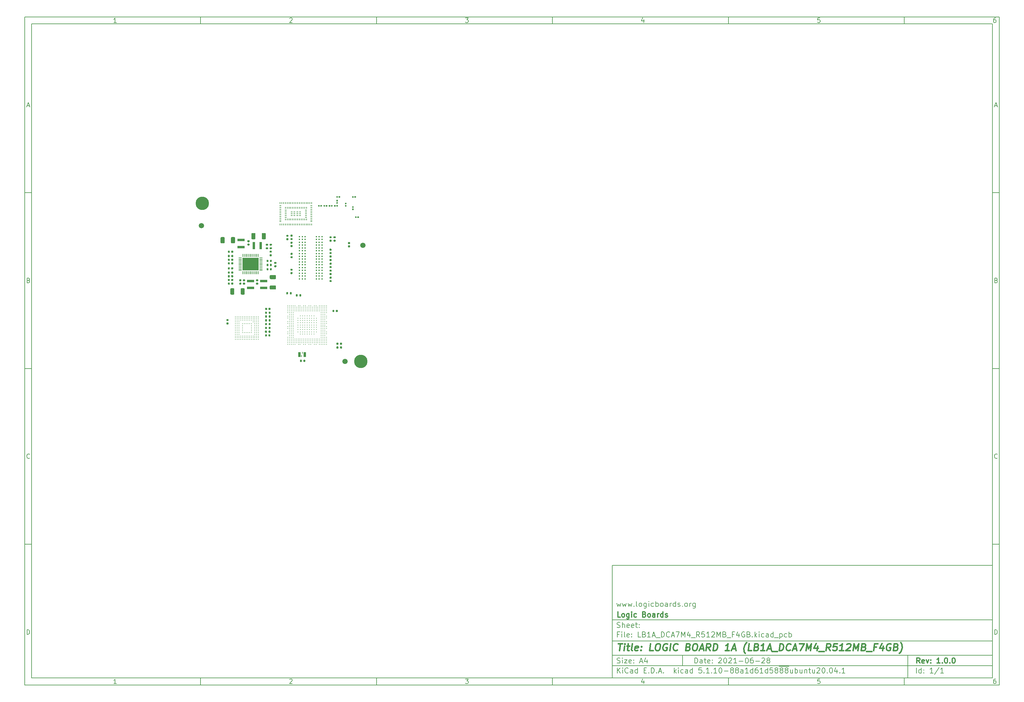
<source format=gbr>
%TF.GenerationSoftware,KiCad,Pcbnew,5.1.10-88a1d61d58~88~ubuntu20.04.1*%
%TF.CreationDate,2021-06-28T11:18:36+05:30*%
%TF.ProjectId,LB1A_DCA7M4_R512MB_F4GB,4c423141-5f44-4434-9137-4d345f523531,1.0.0*%
%TF.SameCoordinates,Original*%
%TF.FileFunction,Soldermask,Top*%
%TF.FilePolarity,Negative*%
%FSLAX46Y46*%
G04 Gerber Fmt 4.6, Leading zero omitted, Abs format (unit mm)*
G04 Created by KiCad (PCBNEW 5.1.10-88a1d61d58~88~ubuntu20.04.1) date 2021-06-28 11:18:36*
%MOMM*%
%LPD*%
G01*
G04 APERTURE LIST*
%ADD10C,0.100000*%
%ADD11C,0.150000*%
%ADD12C,0.300000*%
%ADD13C,0.400000*%
%ADD14R,0.250000X0.550000*%
%ADD15R,0.550000X0.250000*%
%ADD16C,3.800000*%
%ADD17C,0.240000*%
%ADD18C,0.410000*%
%ADD19C,1.500000*%
%ADD20R,0.200000X0.500000*%
%ADD21R,0.700000X1.400000*%
%ADD22R,0.200000X0.850000*%
%ADD23R,0.850000X0.200000*%
%ADD24R,4.600000X3.600000*%
%ADD25C,0.290000*%
%ADD26R,2.000000X0.800000*%
%ADD27R,0.800000X2.000000*%
G04 APERTURE END LIST*
D10*
D11*
X177002200Y-166007200D02*
X177002200Y-198007200D01*
X285002200Y-198007200D01*
X285002200Y-166007200D01*
X177002200Y-166007200D01*
D10*
D11*
X10000000Y-10000000D02*
X10000000Y-200007200D01*
X287002200Y-200007200D01*
X287002200Y-10000000D01*
X10000000Y-10000000D01*
D10*
D11*
X12000000Y-12000000D02*
X12000000Y-198007200D01*
X285002200Y-198007200D01*
X285002200Y-12000000D01*
X12000000Y-12000000D01*
D10*
D11*
X60000000Y-12000000D02*
X60000000Y-10000000D01*
D10*
D11*
X110000000Y-12000000D02*
X110000000Y-10000000D01*
D10*
D11*
X160000000Y-12000000D02*
X160000000Y-10000000D01*
D10*
D11*
X210000000Y-12000000D02*
X210000000Y-10000000D01*
D10*
D11*
X260000000Y-12000000D02*
X260000000Y-10000000D01*
D10*
D11*
X36065476Y-11588095D02*
X35322619Y-11588095D01*
X35694047Y-11588095D02*
X35694047Y-10288095D01*
X35570238Y-10473809D01*
X35446428Y-10597619D01*
X35322619Y-10659523D01*
D10*
D11*
X85322619Y-10411904D02*
X85384523Y-10350000D01*
X85508333Y-10288095D01*
X85817857Y-10288095D01*
X85941666Y-10350000D01*
X86003571Y-10411904D01*
X86065476Y-10535714D01*
X86065476Y-10659523D01*
X86003571Y-10845238D01*
X85260714Y-11588095D01*
X86065476Y-11588095D01*
D10*
D11*
X135260714Y-10288095D02*
X136065476Y-10288095D01*
X135632142Y-10783333D01*
X135817857Y-10783333D01*
X135941666Y-10845238D01*
X136003571Y-10907142D01*
X136065476Y-11030952D01*
X136065476Y-11340476D01*
X136003571Y-11464285D01*
X135941666Y-11526190D01*
X135817857Y-11588095D01*
X135446428Y-11588095D01*
X135322619Y-11526190D01*
X135260714Y-11464285D01*
D10*
D11*
X185941666Y-10721428D02*
X185941666Y-11588095D01*
X185632142Y-10226190D02*
X185322619Y-11154761D01*
X186127380Y-11154761D01*
D10*
D11*
X236003571Y-10288095D02*
X235384523Y-10288095D01*
X235322619Y-10907142D01*
X235384523Y-10845238D01*
X235508333Y-10783333D01*
X235817857Y-10783333D01*
X235941666Y-10845238D01*
X236003571Y-10907142D01*
X236065476Y-11030952D01*
X236065476Y-11340476D01*
X236003571Y-11464285D01*
X235941666Y-11526190D01*
X235817857Y-11588095D01*
X235508333Y-11588095D01*
X235384523Y-11526190D01*
X235322619Y-11464285D01*
D10*
D11*
X285941666Y-10288095D02*
X285694047Y-10288095D01*
X285570238Y-10350000D01*
X285508333Y-10411904D01*
X285384523Y-10597619D01*
X285322619Y-10845238D01*
X285322619Y-11340476D01*
X285384523Y-11464285D01*
X285446428Y-11526190D01*
X285570238Y-11588095D01*
X285817857Y-11588095D01*
X285941666Y-11526190D01*
X286003571Y-11464285D01*
X286065476Y-11340476D01*
X286065476Y-11030952D01*
X286003571Y-10907142D01*
X285941666Y-10845238D01*
X285817857Y-10783333D01*
X285570238Y-10783333D01*
X285446428Y-10845238D01*
X285384523Y-10907142D01*
X285322619Y-11030952D01*
D10*
D11*
X60000000Y-198007200D02*
X60000000Y-200007200D01*
D10*
D11*
X110000000Y-198007200D02*
X110000000Y-200007200D01*
D10*
D11*
X160000000Y-198007200D02*
X160000000Y-200007200D01*
D10*
D11*
X210000000Y-198007200D02*
X210000000Y-200007200D01*
D10*
D11*
X260000000Y-198007200D02*
X260000000Y-200007200D01*
D10*
D11*
X36065476Y-199595295D02*
X35322619Y-199595295D01*
X35694047Y-199595295D02*
X35694047Y-198295295D01*
X35570238Y-198481009D01*
X35446428Y-198604819D01*
X35322619Y-198666723D01*
D10*
D11*
X85322619Y-198419104D02*
X85384523Y-198357200D01*
X85508333Y-198295295D01*
X85817857Y-198295295D01*
X85941666Y-198357200D01*
X86003571Y-198419104D01*
X86065476Y-198542914D01*
X86065476Y-198666723D01*
X86003571Y-198852438D01*
X85260714Y-199595295D01*
X86065476Y-199595295D01*
D10*
D11*
X135260714Y-198295295D02*
X136065476Y-198295295D01*
X135632142Y-198790533D01*
X135817857Y-198790533D01*
X135941666Y-198852438D01*
X136003571Y-198914342D01*
X136065476Y-199038152D01*
X136065476Y-199347676D01*
X136003571Y-199471485D01*
X135941666Y-199533390D01*
X135817857Y-199595295D01*
X135446428Y-199595295D01*
X135322619Y-199533390D01*
X135260714Y-199471485D01*
D10*
D11*
X185941666Y-198728628D02*
X185941666Y-199595295D01*
X185632142Y-198233390D02*
X185322619Y-199161961D01*
X186127380Y-199161961D01*
D10*
D11*
X236003571Y-198295295D02*
X235384523Y-198295295D01*
X235322619Y-198914342D01*
X235384523Y-198852438D01*
X235508333Y-198790533D01*
X235817857Y-198790533D01*
X235941666Y-198852438D01*
X236003571Y-198914342D01*
X236065476Y-199038152D01*
X236065476Y-199347676D01*
X236003571Y-199471485D01*
X235941666Y-199533390D01*
X235817857Y-199595295D01*
X235508333Y-199595295D01*
X235384523Y-199533390D01*
X235322619Y-199471485D01*
D10*
D11*
X285941666Y-198295295D02*
X285694047Y-198295295D01*
X285570238Y-198357200D01*
X285508333Y-198419104D01*
X285384523Y-198604819D01*
X285322619Y-198852438D01*
X285322619Y-199347676D01*
X285384523Y-199471485D01*
X285446428Y-199533390D01*
X285570238Y-199595295D01*
X285817857Y-199595295D01*
X285941666Y-199533390D01*
X286003571Y-199471485D01*
X286065476Y-199347676D01*
X286065476Y-199038152D01*
X286003571Y-198914342D01*
X285941666Y-198852438D01*
X285817857Y-198790533D01*
X285570238Y-198790533D01*
X285446428Y-198852438D01*
X285384523Y-198914342D01*
X285322619Y-199038152D01*
D10*
D11*
X10000000Y-60000000D02*
X12000000Y-60000000D01*
D10*
D11*
X10000000Y-110000000D02*
X12000000Y-110000000D01*
D10*
D11*
X10000000Y-160000000D02*
X12000000Y-160000000D01*
D10*
D11*
X10690476Y-35216666D02*
X11309523Y-35216666D01*
X10566666Y-35588095D02*
X11000000Y-34288095D01*
X11433333Y-35588095D01*
D10*
D11*
X11092857Y-84907142D02*
X11278571Y-84969047D01*
X11340476Y-85030952D01*
X11402380Y-85154761D01*
X11402380Y-85340476D01*
X11340476Y-85464285D01*
X11278571Y-85526190D01*
X11154761Y-85588095D01*
X10659523Y-85588095D01*
X10659523Y-84288095D01*
X11092857Y-84288095D01*
X11216666Y-84350000D01*
X11278571Y-84411904D01*
X11340476Y-84535714D01*
X11340476Y-84659523D01*
X11278571Y-84783333D01*
X11216666Y-84845238D01*
X11092857Y-84907142D01*
X10659523Y-84907142D01*
D10*
D11*
X11402380Y-135464285D02*
X11340476Y-135526190D01*
X11154761Y-135588095D01*
X11030952Y-135588095D01*
X10845238Y-135526190D01*
X10721428Y-135402380D01*
X10659523Y-135278571D01*
X10597619Y-135030952D01*
X10597619Y-134845238D01*
X10659523Y-134597619D01*
X10721428Y-134473809D01*
X10845238Y-134350000D01*
X11030952Y-134288095D01*
X11154761Y-134288095D01*
X11340476Y-134350000D01*
X11402380Y-134411904D01*
D10*
D11*
X10659523Y-185588095D02*
X10659523Y-184288095D01*
X10969047Y-184288095D01*
X11154761Y-184350000D01*
X11278571Y-184473809D01*
X11340476Y-184597619D01*
X11402380Y-184845238D01*
X11402380Y-185030952D01*
X11340476Y-185278571D01*
X11278571Y-185402380D01*
X11154761Y-185526190D01*
X10969047Y-185588095D01*
X10659523Y-185588095D01*
D10*
D11*
X287002200Y-60000000D02*
X285002200Y-60000000D01*
D10*
D11*
X287002200Y-110000000D02*
X285002200Y-110000000D01*
D10*
D11*
X287002200Y-160000000D02*
X285002200Y-160000000D01*
D10*
D11*
X285692676Y-35216666D02*
X286311723Y-35216666D01*
X285568866Y-35588095D02*
X286002200Y-34288095D01*
X286435533Y-35588095D01*
D10*
D11*
X286095057Y-84907142D02*
X286280771Y-84969047D01*
X286342676Y-85030952D01*
X286404580Y-85154761D01*
X286404580Y-85340476D01*
X286342676Y-85464285D01*
X286280771Y-85526190D01*
X286156961Y-85588095D01*
X285661723Y-85588095D01*
X285661723Y-84288095D01*
X286095057Y-84288095D01*
X286218866Y-84350000D01*
X286280771Y-84411904D01*
X286342676Y-84535714D01*
X286342676Y-84659523D01*
X286280771Y-84783333D01*
X286218866Y-84845238D01*
X286095057Y-84907142D01*
X285661723Y-84907142D01*
D10*
D11*
X286404580Y-135464285D02*
X286342676Y-135526190D01*
X286156961Y-135588095D01*
X286033152Y-135588095D01*
X285847438Y-135526190D01*
X285723628Y-135402380D01*
X285661723Y-135278571D01*
X285599819Y-135030952D01*
X285599819Y-134845238D01*
X285661723Y-134597619D01*
X285723628Y-134473809D01*
X285847438Y-134350000D01*
X286033152Y-134288095D01*
X286156961Y-134288095D01*
X286342676Y-134350000D01*
X286404580Y-134411904D01*
D10*
D11*
X285661723Y-185588095D02*
X285661723Y-184288095D01*
X285971247Y-184288095D01*
X286156961Y-184350000D01*
X286280771Y-184473809D01*
X286342676Y-184597619D01*
X286404580Y-184845238D01*
X286404580Y-185030952D01*
X286342676Y-185278571D01*
X286280771Y-185402380D01*
X286156961Y-185526190D01*
X285971247Y-185588095D01*
X285661723Y-185588095D01*
D10*
D11*
X200434342Y-193785771D02*
X200434342Y-192285771D01*
X200791485Y-192285771D01*
X201005771Y-192357200D01*
X201148628Y-192500057D01*
X201220057Y-192642914D01*
X201291485Y-192928628D01*
X201291485Y-193142914D01*
X201220057Y-193428628D01*
X201148628Y-193571485D01*
X201005771Y-193714342D01*
X200791485Y-193785771D01*
X200434342Y-193785771D01*
X202577200Y-193785771D02*
X202577200Y-193000057D01*
X202505771Y-192857200D01*
X202362914Y-192785771D01*
X202077200Y-192785771D01*
X201934342Y-192857200D01*
X202577200Y-193714342D02*
X202434342Y-193785771D01*
X202077200Y-193785771D01*
X201934342Y-193714342D01*
X201862914Y-193571485D01*
X201862914Y-193428628D01*
X201934342Y-193285771D01*
X202077200Y-193214342D01*
X202434342Y-193214342D01*
X202577200Y-193142914D01*
X203077200Y-192785771D02*
X203648628Y-192785771D01*
X203291485Y-192285771D02*
X203291485Y-193571485D01*
X203362914Y-193714342D01*
X203505771Y-193785771D01*
X203648628Y-193785771D01*
X204720057Y-193714342D02*
X204577200Y-193785771D01*
X204291485Y-193785771D01*
X204148628Y-193714342D01*
X204077200Y-193571485D01*
X204077200Y-193000057D01*
X204148628Y-192857200D01*
X204291485Y-192785771D01*
X204577200Y-192785771D01*
X204720057Y-192857200D01*
X204791485Y-193000057D01*
X204791485Y-193142914D01*
X204077200Y-193285771D01*
X205434342Y-193642914D02*
X205505771Y-193714342D01*
X205434342Y-193785771D01*
X205362914Y-193714342D01*
X205434342Y-193642914D01*
X205434342Y-193785771D01*
X205434342Y-192857200D02*
X205505771Y-192928628D01*
X205434342Y-193000057D01*
X205362914Y-192928628D01*
X205434342Y-192857200D01*
X205434342Y-193000057D01*
X207220057Y-192428628D02*
X207291485Y-192357200D01*
X207434342Y-192285771D01*
X207791485Y-192285771D01*
X207934342Y-192357200D01*
X208005771Y-192428628D01*
X208077200Y-192571485D01*
X208077200Y-192714342D01*
X208005771Y-192928628D01*
X207148628Y-193785771D01*
X208077200Y-193785771D01*
X209005771Y-192285771D02*
X209148628Y-192285771D01*
X209291485Y-192357200D01*
X209362914Y-192428628D01*
X209434342Y-192571485D01*
X209505771Y-192857200D01*
X209505771Y-193214342D01*
X209434342Y-193500057D01*
X209362914Y-193642914D01*
X209291485Y-193714342D01*
X209148628Y-193785771D01*
X209005771Y-193785771D01*
X208862914Y-193714342D01*
X208791485Y-193642914D01*
X208720057Y-193500057D01*
X208648628Y-193214342D01*
X208648628Y-192857200D01*
X208720057Y-192571485D01*
X208791485Y-192428628D01*
X208862914Y-192357200D01*
X209005771Y-192285771D01*
X210077200Y-192428628D02*
X210148628Y-192357200D01*
X210291485Y-192285771D01*
X210648628Y-192285771D01*
X210791485Y-192357200D01*
X210862914Y-192428628D01*
X210934342Y-192571485D01*
X210934342Y-192714342D01*
X210862914Y-192928628D01*
X210005771Y-193785771D01*
X210934342Y-193785771D01*
X212362914Y-193785771D02*
X211505771Y-193785771D01*
X211934342Y-193785771D02*
X211934342Y-192285771D01*
X211791485Y-192500057D01*
X211648628Y-192642914D01*
X211505771Y-192714342D01*
X213005771Y-193214342D02*
X214148628Y-193214342D01*
X215148628Y-192285771D02*
X215291485Y-192285771D01*
X215434342Y-192357200D01*
X215505771Y-192428628D01*
X215577200Y-192571485D01*
X215648628Y-192857200D01*
X215648628Y-193214342D01*
X215577200Y-193500057D01*
X215505771Y-193642914D01*
X215434342Y-193714342D01*
X215291485Y-193785771D01*
X215148628Y-193785771D01*
X215005771Y-193714342D01*
X214934342Y-193642914D01*
X214862914Y-193500057D01*
X214791485Y-193214342D01*
X214791485Y-192857200D01*
X214862914Y-192571485D01*
X214934342Y-192428628D01*
X215005771Y-192357200D01*
X215148628Y-192285771D01*
X216934342Y-192285771D02*
X216648628Y-192285771D01*
X216505771Y-192357200D01*
X216434342Y-192428628D01*
X216291485Y-192642914D01*
X216220057Y-192928628D01*
X216220057Y-193500057D01*
X216291485Y-193642914D01*
X216362914Y-193714342D01*
X216505771Y-193785771D01*
X216791485Y-193785771D01*
X216934342Y-193714342D01*
X217005771Y-193642914D01*
X217077200Y-193500057D01*
X217077200Y-193142914D01*
X217005771Y-193000057D01*
X216934342Y-192928628D01*
X216791485Y-192857200D01*
X216505771Y-192857200D01*
X216362914Y-192928628D01*
X216291485Y-193000057D01*
X216220057Y-193142914D01*
X217720057Y-193214342D02*
X218862914Y-193214342D01*
X219505771Y-192428628D02*
X219577200Y-192357200D01*
X219720057Y-192285771D01*
X220077200Y-192285771D01*
X220220057Y-192357200D01*
X220291485Y-192428628D01*
X220362914Y-192571485D01*
X220362914Y-192714342D01*
X220291485Y-192928628D01*
X219434342Y-193785771D01*
X220362914Y-193785771D01*
X221220057Y-192928628D02*
X221077200Y-192857200D01*
X221005771Y-192785771D01*
X220934342Y-192642914D01*
X220934342Y-192571485D01*
X221005771Y-192428628D01*
X221077200Y-192357200D01*
X221220057Y-192285771D01*
X221505771Y-192285771D01*
X221648628Y-192357200D01*
X221720057Y-192428628D01*
X221791485Y-192571485D01*
X221791485Y-192642914D01*
X221720057Y-192785771D01*
X221648628Y-192857200D01*
X221505771Y-192928628D01*
X221220057Y-192928628D01*
X221077200Y-193000057D01*
X221005771Y-193071485D01*
X220934342Y-193214342D01*
X220934342Y-193500057D01*
X221005771Y-193642914D01*
X221077200Y-193714342D01*
X221220057Y-193785771D01*
X221505771Y-193785771D01*
X221648628Y-193714342D01*
X221720057Y-193642914D01*
X221791485Y-193500057D01*
X221791485Y-193214342D01*
X221720057Y-193071485D01*
X221648628Y-193000057D01*
X221505771Y-192928628D01*
D10*
D11*
X177002200Y-194507200D02*
X285002200Y-194507200D01*
D10*
D11*
X178434342Y-196585771D02*
X178434342Y-195085771D01*
X179291485Y-196585771D02*
X178648628Y-195728628D01*
X179291485Y-195085771D02*
X178434342Y-195942914D01*
X179934342Y-196585771D02*
X179934342Y-195585771D01*
X179934342Y-195085771D02*
X179862914Y-195157200D01*
X179934342Y-195228628D01*
X180005771Y-195157200D01*
X179934342Y-195085771D01*
X179934342Y-195228628D01*
X181505771Y-196442914D02*
X181434342Y-196514342D01*
X181220057Y-196585771D01*
X181077200Y-196585771D01*
X180862914Y-196514342D01*
X180720057Y-196371485D01*
X180648628Y-196228628D01*
X180577200Y-195942914D01*
X180577200Y-195728628D01*
X180648628Y-195442914D01*
X180720057Y-195300057D01*
X180862914Y-195157200D01*
X181077200Y-195085771D01*
X181220057Y-195085771D01*
X181434342Y-195157200D01*
X181505771Y-195228628D01*
X182791485Y-196585771D02*
X182791485Y-195800057D01*
X182720057Y-195657200D01*
X182577200Y-195585771D01*
X182291485Y-195585771D01*
X182148628Y-195657200D01*
X182791485Y-196514342D02*
X182648628Y-196585771D01*
X182291485Y-196585771D01*
X182148628Y-196514342D01*
X182077200Y-196371485D01*
X182077200Y-196228628D01*
X182148628Y-196085771D01*
X182291485Y-196014342D01*
X182648628Y-196014342D01*
X182791485Y-195942914D01*
X184148628Y-196585771D02*
X184148628Y-195085771D01*
X184148628Y-196514342D02*
X184005771Y-196585771D01*
X183720057Y-196585771D01*
X183577200Y-196514342D01*
X183505771Y-196442914D01*
X183434342Y-196300057D01*
X183434342Y-195871485D01*
X183505771Y-195728628D01*
X183577200Y-195657200D01*
X183720057Y-195585771D01*
X184005771Y-195585771D01*
X184148628Y-195657200D01*
X186005771Y-195800057D02*
X186505771Y-195800057D01*
X186720057Y-196585771D02*
X186005771Y-196585771D01*
X186005771Y-195085771D01*
X186720057Y-195085771D01*
X187362914Y-196442914D02*
X187434342Y-196514342D01*
X187362914Y-196585771D01*
X187291485Y-196514342D01*
X187362914Y-196442914D01*
X187362914Y-196585771D01*
X188077200Y-196585771D02*
X188077200Y-195085771D01*
X188434342Y-195085771D01*
X188648628Y-195157200D01*
X188791485Y-195300057D01*
X188862914Y-195442914D01*
X188934342Y-195728628D01*
X188934342Y-195942914D01*
X188862914Y-196228628D01*
X188791485Y-196371485D01*
X188648628Y-196514342D01*
X188434342Y-196585771D01*
X188077200Y-196585771D01*
X189577200Y-196442914D02*
X189648628Y-196514342D01*
X189577200Y-196585771D01*
X189505771Y-196514342D01*
X189577200Y-196442914D01*
X189577200Y-196585771D01*
X190220057Y-196157200D02*
X190934342Y-196157200D01*
X190077200Y-196585771D02*
X190577200Y-195085771D01*
X191077200Y-196585771D01*
X191577200Y-196442914D02*
X191648628Y-196514342D01*
X191577200Y-196585771D01*
X191505771Y-196514342D01*
X191577200Y-196442914D01*
X191577200Y-196585771D01*
X194577200Y-196585771D02*
X194577200Y-195085771D01*
X194720057Y-196014342D02*
X195148628Y-196585771D01*
X195148628Y-195585771D02*
X194577200Y-196157200D01*
X195791485Y-196585771D02*
X195791485Y-195585771D01*
X195791485Y-195085771D02*
X195720057Y-195157200D01*
X195791485Y-195228628D01*
X195862914Y-195157200D01*
X195791485Y-195085771D01*
X195791485Y-195228628D01*
X197148628Y-196514342D02*
X197005771Y-196585771D01*
X196720057Y-196585771D01*
X196577200Y-196514342D01*
X196505771Y-196442914D01*
X196434342Y-196300057D01*
X196434342Y-195871485D01*
X196505771Y-195728628D01*
X196577200Y-195657200D01*
X196720057Y-195585771D01*
X197005771Y-195585771D01*
X197148628Y-195657200D01*
X198434342Y-196585771D02*
X198434342Y-195800057D01*
X198362914Y-195657200D01*
X198220057Y-195585771D01*
X197934342Y-195585771D01*
X197791485Y-195657200D01*
X198434342Y-196514342D02*
X198291485Y-196585771D01*
X197934342Y-196585771D01*
X197791485Y-196514342D01*
X197720057Y-196371485D01*
X197720057Y-196228628D01*
X197791485Y-196085771D01*
X197934342Y-196014342D01*
X198291485Y-196014342D01*
X198434342Y-195942914D01*
X199791485Y-196585771D02*
X199791485Y-195085771D01*
X199791485Y-196514342D02*
X199648628Y-196585771D01*
X199362914Y-196585771D01*
X199220057Y-196514342D01*
X199148628Y-196442914D01*
X199077200Y-196300057D01*
X199077200Y-195871485D01*
X199148628Y-195728628D01*
X199220057Y-195657200D01*
X199362914Y-195585771D01*
X199648628Y-195585771D01*
X199791485Y-195657200D01*
X202362914Y-195085771D02*
X201648628Y-195085771D01*
X201577200Y-195800057D01*
X201648628Y-195728628D01*
X201791485Y-195657200D01*
X202148628Y-195657200D01*
X202291485Y-195728628D01*
X202362914Y-195800057D01*
X202434342Y-195942914D01*
X202434342Y-196300057D01*
X202362914Y-196442914D01*
X202291485Y-196514342D01*
X202148628Y-196585771D01*
X201791485Y-196585771D01*
X201648628Y-196514342D01*
X201577200Y-196442914D01*
X203077200Y-196442914D02*
X203148628Y-196514342D01*
X203077200Y-196585771D01*
X203005771Y-196514342D01*
X203077200Y-196442914D01*
X203077200Y-196585771D01*
X204577200Y-196585771D02*
X203720057Y-196585771D01*
X204148628Y-196585771D02*
X204148628Y-195085771D01*
X204005771Y-195300057D01*
X203862914Y-195442914D01*
X203720057Y-195514342D01*
X205220057Y-196442914D02*
X205291485Y-196514342D01*
X205220057Y-196585771D01*
X205148628Y-196514342D01*
X205220057Y-196442914D01*
X205220057Y-196585771D01*
X206720057Y-196585771D02*
X205862914Y-196585771D01*
X206291485Y-196585771D02*
X206291485Y-195085771D01*
X206148628Y-195300057D01*
X206005771Y-195442914D01*
X205862914Y-195514342D01*
X207648628Y-195085771D02*
X207791485Y-195085771D01*
X207934342Y-195157200D01*
X208005771Y-195228628D01*
X208077200Y-195371485D01*
X208148628Y-195657200D01*
X208148628Y-196014342D01*
X208077200Y-196300057D01*
X208005771Y-196442914D01*
X207934342Y-196514342D01*
X207791485Y-196585771D01*
X207648628Y-196585771D01*
X207505771Y-196514342D01*
X207434342Y-196442914D01*
X207362914Y-196300057D01*
X207291485Y-196014342D01*
X207291485Y-195657200D01*
X207362914Y-195371485D01*
X207434342Y-195228628D01*
X207505771Y-195157200D01*
X207648628Y-195085771D01*
X208791485Y-196014342D02*
X209934342Y-196014342D01*
X210862914Y-195728628D02*
X210720057Y-195657200D01*
X210648628Y-195585771D01*
X210577200Y-195442914D01*
X210577200Y-195371485D01*
X210648628Y-195228628D01*
X210720057Y-195157200D01*
X210862914Y-195085771D01*
X211148628Y-195085771D01*
X211291485Y-195157200D01*
X211362914Y-195228628D01*
X211434342Y-195371485D01*
X211434342Y-195442914D01*
X211362914Y-195585771D01*
X211291485Y-195657200D01*
X211148628Y-195728628D01*
X210862914Y-195728628D01*
X210720057Y-195800057D01*
X210648628Y-195871485D01*
X210577200Y-196014342D01*
X210577200Y-196300057D01*
X210648628Y-196442914D01*
X210720057Y-196514342D01*
X210862914Y-196585771D01*
X211148628Y-196585771D01*
X211291485Y-196514342D01*
X211362914Y-196442914D01*
X211434342Y-196300057D01*
X211434342Y-196014342D01*
X211362914Y-195871485D01*
X211291485Y-195800057D01*
X211148628Y-195728628D01*
X212291485Y-195728628D02*
X212148628Y-195657200D01*
X212077200Y-195585771D01*
X212005771Y-195442914D01*
X212005771Y-195371485D01*
X212077200Y-195228628D01*
X212148628Y-195157200D01*
X212291485Y-195085771D01*
X212577200Y-195085771D01*
X212720057Y-195157200D01*
X212791485Y-195228628D01*
X212862914Y-195371485D01*
X212862914Y-195442914D01*
X212791485Y-195585771D01*
X212720057Y-195657200D01*
X212577200Y-195728628D01*
X212291485Y-195728628D01*
X212148628Y-195800057D01*
X212077200Y-195871485D01*
X212005771Y-196014342D01*
X212005771Y-196300057D01*
X212077200Y-196442914D01*
X212148628Y-196514342D01*
X212291485Y-196585771D01*
X212577200Y-196585771D01*
X212720057Y-196514342D01*
X212791485Y-196442914D01*
X212862914Y-196300057D01*
X212862914Y-196014342D01*
X212791485Y-195871485D01*
X212720057Y-195800057D01*
X212577200Y-195728628D01*
X214148628Y-196585771D02*
X214148628Y-195800057D01*
X214077200Y-195657200D01*
X213934342Y-195585771D01*
X213648628Y-195585771D01*
X213505771Y-195657200D01*
X214148628Y-196514342D02*
X214005771Y-196585771D01*
X213648628Y-196585771D01*
X213505771Y-196514342D01*
X213434342Y-196371485D01*
X213434342Y-196228628D01*
X213505771Y-196085771D01*
X213648628Y-196014342D01*
X214005771Y-196014342D01*
X214148628Y-195942914D01*
X215648628Y-196585771D02*
X214791485Y-196585771D01*
X215220057Y-196585771D02*
X215220057Y-195085771D01*
X215077200Y-195300057D01*
X214934342Y-195442914D01*
X214791485Y-195514342D01*
X216934342Y-196585771D02*
X216934342Y-195085771D01*
X216934342Y-196514342D02*
X216791485Y-196585771D01*
X216505771Y-196585771D01*
X216362914Y-196514342D01*
X216291485Y-196442914D01*
X216220057Y-196300057D01*
X216220057Y-195871485D01*
X216291485Y-195728628D01*
X216362914Y-195657200D01*
X216505771Y-195585771D01*
X216791485Y-195585771D01*
X216934342Y-195657200D01*
X218291485Y-195085771D02*
X218005771Y-195085771D01*
X217862914Y-195157200D01*
X217791485Y-195228628D01*
X217648628Y-195442914D01*
X217577200Y-195728628D01*
X217577200Y-196300057D01*
X217648628Y-196442914D01*
X217720057Y-196514342D01*
X217862914Y-196585771D01*
X218148628Y-196585771D01*
X218291485Y-196514342D01*
X218362914Y-196442914D01*
X218434342Y-196300057D01*
X218434342Y-195942914D01*
X218362914Y-195800057D01*
X218291485Y-195728628D01*
X218148628Y-195657200D01*
X217862914Y-195657200D01*
X217720057Y-195728628D01*
X217648628Y-195800057D01*
X217577200Y-195942914D01*
X219862914Y-196585771D02*
X219005771Y-196585771D01*
X219434342Y-196585771D02*
X219434342Y-195085771D01*
X219291485Y-195300057D01*
X219148628Y-195442914D01*
X219005771Y-195514342D01*
X221148628Y-196585771D02*
X221148628Y-195085771D01*
X221148628Y-196514342D02*
X221005771Y-196585771D01*
X220720057Y-196585771D01*
X220577200Y-196514342D01*
X220505771Y-196442914D01*
X220434342Y-196300057D01*
X220434342Y-195871485D01*
X220505771Y-195728628D01*
X220577200Y-195657200D01*
X220720057Y-195585771D01*
X221005771Y-195585771D01*
X221148628Y-195657200D01*
X222577200Y-195085771D02*
X221862914Y-195085771D01*
X221791485Y-195800057D01*
X221862914Y-195728628D01*
X222005771Y-195657200D01*
X222362914Y-195657200D01*
X222505771Y-195728628D01*
X222577200Y-195800057D01*
X222648628Y-195942914D01*
X222648628Y-196300057D01*
X222577200Y-196442914D01*
X222505771Y-196514342D01*
X222362914Y-196585771D01*
X222005771Y-196585771D01*
X221862914Y-196514342D01*
X221791485Y-196442914D01*
X223505771Y-195728628D02*
X223362914Y-195657200D01*
X223291485Y-195585771D01*
X223220057Y-195442914D01*
X223220057Y-195371485D01*
X223291485Y-195228628D01*
X223362914Y-195157200D01*
X223505771Y-195085771D01*
X223791485Y-195085771D01*
X223934342Y-195157200D01*
X224005771Y-195228628D01*
X224077200Y-195371485D01*
X224077200Y-195442914D01*
X224005771Y-195585771D01*
X223934342Y-195657200D01*
X223791485Y-195728628D01*
X223505771Y-195728628D01*
X223362914Y-195800057D01*
X223291485Y-195871485D01*
X223220057Y-196014342D01*
X223220057Y-196300057D01*
X223291485Y-196442914D01*
X223362914Y-196514342D01*
X223505771Y-196585771D01*
X223791485Y-196585771D01*
X223934342Y-196514342D01*
X224005771Y-196442914D01*
X224077200Y-196300057D01*
X224077200Y-196014342D01*
X224005771Y-195871485D01*
X223934342Y-195800057D01*
X223791485Y-195728628D01*
X224362914Y-194677200D02*
X225791485Y-194677200D01*
X224934342Y-195728628D02*
X224791485Y-195657200D01*
X224720057Y-195585771D01*
X224648628Y-195442914D01*
X224648628Y-195371485D01*
X224720057Y-195228628D01*
X224791485Y-195157200D01*
X224934342Y-195085771D01*
X225220057Y-195085771D01*
X225362914Y-195157200D01*
X225434342Y-195228628D01*
X225505771Y-195371485D01*
X225505771Y-195442914D01*
X225434342Y-195585771D01*
X225362914Y-195657200D01*
X225220057Y-195728628D01*
X224934342Y-195728628D01*
X224791485Y-195800057D01*
X224720057Y-195871485D01*
X224648628Y-196014342D01*
X224648628Y-196300057D01*
X224720057Y-196442914D01*
X224791485Y-196514342D01*
X224934342Y-196585771D01*
X225220057Y-196585771D01*
X225362914Y-196514342D01*
X225434342Y-196442914D01*
X225505771Y-196300057D01*
X225505771Y-196014342D01*
X225434342Y-195871485D01*
X225362914Y-195800057D01*
X225220057Y-195728628D01*
X225791485Y-194677200D02*
X227220057Y-194677200D01*
X226362914Y-195728628D02*
X226220057Y-195657200D01*
X226148628Y-195585771D01*
X226077199Y-195442914D01*
X226077199Y-195371485D01*
X226148628Y-195228628D01*
X226220057Y-195157200D01*
X226362914Y-195085771D01*
X226648628Y-195085771D01*
X226791485Y-195157200D01*
X226862914Y-195228628D01*
X226934342Y-195371485D01*
X226934342Y-195442914D01*
X226862914Y-195585771D01*
X226791485Y-195657200D01*
X226648628Y-195728628D01*
X226362914Y-195728628D01*
X226220057Y-195800057D01*
X226148628Y-195871485D01*
X226077199Y-196014342D01*
X226077199Y-196300057D01*
X226148628Y-196442914D01*
X226220057Y-196514342D01*
X226362914Y-196585771D01*
X226648628Y-196585771D01*
X226791485Y-196514342D01*
X226862914Y-196442914D01*
X226934342Y-196300057D01*
X226934342Y-196014342D01*
X226862914Y-195871485D01*
X226791485Y-195800057D01*
X226648628Y-195728628D01*
X228220057Y-195585771D02*
X228220057Y-196585771D01*
X227577199Y-195585771D02*
X227577199Y-196371485D01*
X227648628Y-196514342D01*
X227791485Y-196585771D01*
X228005771Y-196585771D01*
X228148628Y-196514342D01*
X228220057Y-196442914D01*
X228934342Y-196585771D02*
X228934342Y-195085771D01*
X228934342Y-195657200D02*
X229077199Y-195585771D01*
X229362914Y-195585771D01*
X229505771Y-195657200D01*
X229577199Y-195728628D01*
X229648628Y-195871485D01*
X229648628Y-196300057D01*
X229577199Y-196442914D01*
X229505771Y-196514342D01*
X229362914Y-196585771D01*
X229077199Y-196585771D01*
X228934342Y-196514342D01*
X230934342Y-195585771D02*
X230934342Y-196585771D01*
X230291485Y-195585771D02*
X230291485Y-196371485D01*
X230362914Y-196514342D01*
X230505771Y-196585771D01*
X230720057Y-196585771D01*
X230862914Y-196514342D01*
X230934342Y-196442914D01*
X231648628Y-195585771D02*
X231648628Y-196585771D01*
X231648628Y-195728628D02*
X231720057Y-195657200D01*
X231862914Y-195585771D01*
X232077199Y-195585771D01*
X232220057Y-195657200D01*
X232291485Y-195800057D01*
X232291485Y-196585771D01*
X232791485Y-195585771D02*
X233362914Y-195585771D01*
X233005771Y-195085771D02*
X233005771Y-196371485D01*
X233077199Y-196514342D01*
X233220057Y-196585771D01*
X233362914Y-196585771D01*
X234505771Y-195585771D02*
X234505771Y-196585771D01*
X233862914Y-195585771D02*
X233862914Y-196371485D01*
X233934342Y-196514342D01*
X234077200Y-196585771D01*
X234291485Y-196585771D01*
X234434342Y-196514342D01*
X234505771Y-196442914D01*
X235148628Y-195228628D02*
X235220057Y-195157200D01*
X235362914Y-195085771D01*
X235720057Y-195085771D01*
X235862914Y-195157200D01*
X235934342Y-195228628D01*
X236005771Y-195371485D01*
X236005771Y-195514342D01*
X235934342Y-195728628D01*
X235077200Y-196585771D01*
X236005771Y-196585771D01*
X236934342Y-195085771D02*
X237077199Y-195085771D01*
X237220057Y-195157200D01*
X237291485Y-195228628D01*
X237362914Y-195371485D01*
X237434342Y-195657200D01*
X237434342Y-196014342D01*
X237362914Y-196300057D01*
X237291485Y-196442914D01*
X237220057Y-196514342D01*
X237077199Y-196585771D01*
X236934342Y-196585771D01*
X236791485Y-196514342D01*
X236720057Y-196442914D01*
X236648628Y-196300057D01*
X236577199Y-196014342D01*
X236577199Y-195657200D01*
X236648628Y-195371485D01*
X236720057Y-195228628D01*
X236791485Y-195157200D01*
X236934342Y-195085771D01*
X238077199Y-196442914D02*
X238148628Y-196514342D01*
X238077199Y-196585771D01*
X238005771Y-196514342D01*
X238077199Y-196442914D01*
X238077199Y-196585771D01*
X239077199Y-195085771D02*
X239220057Y-195085771D01*
X239362914Y-195157200D01*
X239434342Y-195228628D01*
X239505771Y-195371485D01*
X239577199Y-195657200D01*
X239577199Y-196014342D01*
X239505771Y-196300057D01*
X239434342Y-196442914D01*
X239362914Y-196514342D01*
X239220057Y-196585771D01*
X239077199Y-196585771D01*
X238934342Y-196514342D01*
X238862914Y-196442914D01*
X238791485Y-196300057D01*
X238720057Y-196014342D01*
X238720057Y-195657200D01*
X238791485Y-195371485D01*
X238862914Y-195228628D01*
X238934342Y-195157200D01*
X239077199Y-195085771D01*
X240862914Y-195585771D02*
X240862914Y-196585771D01*
X240505771Y-195014342D02*
X240148628Y-196085771D01*
X241077199Y-196085771D01*
X241648628Y-196442914D02*
X241720057Y-196514342D01*
X241648628Y-196585771D01*
X241577199Y-196514342D01*
X241648628Y-196442914D01*
X241648628Y-196585771D01*
X243148628Y-196585771D02*
X242291485Y-196585771D01*
X242720057Y-196585771D02*
X242720057Y-195085771D01*
X242577199Y-195300057D01*
X242434342Y-195442914D01*
X242291485Y-195514342D01*
D10*
D11*
X177002200Y-191507200D02*
X285002200Y-191507200D01*
D10*
D12*
X264411485Y-193785771D02*
X263911485Y-193071485D01*
X263554342Y-193785771D02*
X263554342Y-192285771D01*
X264125771Y-192285771D01*
X264268628Y-192357200D01*
X264340057Y-192428628D01*
X264411485Y-192571485D01*
X264411485Y-192785771D01*
X264340057Y-192928628D01*
X264268628Y-193000057D01*
X264125771Y-193071485D01*
X263554342Y-193071485D01*
X265625771Y-193714342D02*
X265482914Y-193785771D01*
X265197200Y-193785771D01*
X265054342Y-193714342D01*
X264982914Y-193571485D01*
X264982914Y-193000057D01*
X265054342Y-192857200D01*
X265197200Y-192785771D01*
X265482914Y-192785771D01*
X265625771Y-192857200D01*
X265697200Y-193000057D01*
X265697200Y-193142914D01*
X264982914Y-193285771D01*
X266197200Y-192785771D02*
X266554342Y-193785771D01*
X266911485Y-192785771D01*
X267482914Y-193642914D02*
X267554342Y-193714342D01*
X267482914Y-193785771D01*
X267411485Y-193714342D01*
X267482914Y-193642914D01*
X267482914Y-193785771D01*
X267482914Y-192857200D02*
X267554342Y-192928628D01*
X267482914Y-193000057D01*
X267411485Y-192928628D01*
X267482914Y-192857200D01*
X267482914Y-193000057D01*
X270125771Y-193785771D02*
X269268628Y-193785771D01*
X269697200Y-193785771D02*
X269697200Y-192285771D01*
X269554342Y-192500057D01*
X269411485Y-192642914D01*
X269268628Y-192714342D01*
X270768628Y-193642914D02*
X270840057Y-193714342D01*
X270768628Y-193785771D01*
X270697200Y-193714342D01*
X270768628Y-193642914D01*
X270768628Y-193785771D01*
X271768628Y-192285771D02*
X271911485Y-192285771D01*
X272054342Y-192357200D01*
X272125771Y-192428628D01*
X272197200Y-192571485D01*
X272268628Y-192857200D01*
X272268628Y-193214342D01*
X272197200Y-193500057D01*
X272125771Y-193642914D01*
X272054342Y-193714342D01*
X271911485Y-193785771D01*
X271768628Y-193785771D01*
X271625771Y-193714342D01*
X271554342Y-193642914D01*
X271482914Y-193500057D01*
X271411485Y-193214342D01*
X271411485Y-192857200D01*
X271482914Y-192571485D01*
X271554342Y-192428628D01*
X271625771Y-192357200D01*
X271768628Y-192285771D01*
X272911485Y-193642914D02*
X272982914Y-193714342D01*
X272911485Y-193785771D01*
X272840057Y-193714342D01*
X272911485Y-193642914D01*
X272911485Y-193785771D01*
X273911485Y-192285771D02*
X274054342Y-192285771D01*
X274197200Y-192357200D01*
X274268628Y-192428628D01*
X274340057Y-192571485D01*
X274411485Y-192857200D01*
X274411485Y-193214342D01*
X274340057Y-193500057D01*
X274268628Y-193642914D01*
X274197200Y-193714342D01*
X274054342Y-193785771D01*
X273911485Y-193785771D01*
X273768628Y-193714342D01*
X273697200Y-193642914D01*
X273625771Y-193500057D01*
X273554342Y-193214342D01*
X273554342Y-192857200D01*
X273625771Y-192571485D01*
X273697200Y-192428628D01*
X273768628Y-192357200D01*
X273911485Y-192285771D01*
D10*
D11*
X178362914Y-193714342D02*
X178577200Y-193785771D01*
X178934342Y-193785771D01*
X179077200Y-193714342D01*
X179148628Y-193642914D01*
X179220057Y-193500057D01*
X179220057Y-193357200D01*
X179148628Y-193214342D01*
X179077200Y-193142914D01*
X178934342Y-193071485D01*
X178648628Y-193000057D01*
X178505771Y-192928628D01*
X178434342Y-192857200D01*
X178362914Y-192714342D01*
X178362914Y-192571485D01*
X178434342Y-192428628D01*
X178505771Y-192357200D01*
X178648628Y-192285771D01*
X179005771Y-192285771D01*
X179220057Y-192357200D01*
X179862914Y-193785771D02*
X179862914Y-192785771D01*
X179862914Y-192285771D02*
X179791485Y-192357200D01*
X179862914Y-192428628D01*
X179934342Y-192357200D01*
X179862914Y-192285771D01*
X179862914Y-192428628D01*
X180434342Y-192785771D02*
X181220057Y-192785771D01*
X180434342Y-193785771D01*
X181220057Y-193785771D01*
X182362914Y-193714342D02*
X182220057Y-193785771D01*
X181934342Y-193785771D01*
X181791485Y-193714342D01*
X181720057Y-193571485D01*
X181720057Y-193000057D01*
X181791485Y-192857200D01*
X181934342Y-192785771D01*
X182220057Y-192785771D01*
X182362914Y-192857200D01*
X182434342Y-193000057D01*
X182434342Y-193142914D01*
X181720057Y-193285771D01*
X183077200Y-193642914D02*
X183148628Y-193714342D01*
X183077200Y-193785771D01*
X183005771Y-193714342D01*
X183077200Y-193642914D01*
X183077200Y-193785771D01*
X183077200Y-192857200D02*
X183148628Y-192928628D01*
X183077200Y-193000057D01*
X183005771Y-192928628D01*
X183077200Y-192857200D01*
X183077200Y-193000057D01*
X184862914Y-193357200D02*
X185577200Y-193357200D01*
X184720057Y-193785771D02*
X185220057Y-192285771D01*
X185720057Y-193785771D01*
X186862914Y-192785771D02*
X186862914Y-193785771D01*
X186505771Y-192214342D02*
X186148628Y-193285771D01*
X187077200Y-193285771D01*
D10*
D11*
X263434342Y-196585771D02*
X263434342Y-195085771D01*
X264791485Y-196585771D02*
X264791485Y-195085771D01*
X264791485Y-196514342D02*
X264648628Y-196585771D01*
X264362914Y-196585771D01*
X264220057Y-196514342D01*
X264148628Y-196442914D01*
X264077200Y-196300057D01*
X264077200Y-195871485D01*
X264148628Y-195728628D01*
X264220057Y-195657200D01*
X264362914Y-195585771D01*
X264648628Y-195585771D01*
X264791485Y-195657200D01*
X265505771Y-196442914D02*
X265577200Y-196514342D01*
X265505771Y-196585771D01*
X265434342Y-196514342D01*
X265505771Y-196442914D01*
X265505771Y-196585771D01*
X265505771Y-195657200D02*
X265577200Y-195728628D01*
X265505771Y-195800057D01*
X265434342Y-195728628D01*
X265505771Y-195657200D01*
X265505771Y-195800057D01*
X268148628Y-196585771D02*
X267291485Y-196585771D01*
X267720057Y-196585771D02*
X267720057Y-195085771D01*
X267577200Y-195300057D01*
X267434342Y-195442914D01*
X267291485Y-195514342D01*
X269862914Y-195014342D02*
X268577200Y-196942914D01*
X271148628Y-196585771D02*
X270291485Y-196585771D01*
X270720057Y-196585771D02*
X270720057Y-195085771D01*
X270577200Y-195300057D01*
X270434342Y-195442914D01*
X270291485Y-195514342D01*
D10*
D11*
X177002200Y-187507200D02*
X285002200Y-187507200D01*
D10*
D13*
X178714580Y-188211961D02*
X179857438Y-188211961D01*
X179036009Y-190211961D02*
X179286009Y-188211961D01*
X180274104Y-190211961D02*
X180440771Y-188878628D01*
X180524104Y-188211961D02*
X180416961Y-188307200D01*
X180500295Y-188402438D01*
X180607438Y-188307200D01*
X180524104Y-188211961D01*
X180500295Y-188402438D01*
X181107438Y-188878628D02*
X181869342Y-188878628D01*
X181476485Y-188211961D02*
X181262200Y-189926247D01*
X181333628Y-190116723D01*
X181512200Y-190211961D01*
X181702676Y-190211961D01*
X182655057Y-190211961D02*
X182476485Y-190116723D01*
X182405057Y-189926247D01*
X182619342Y-188211961D01*
X184190771Y-190116723D02*
X183988390Y-190211961D01*
X183607438Y-190211961D01*
X183428866Y-190116723D01*
X183357438Y-189926247D01*
X183452676Y-189164342D01*
X183571723Y-188973866D01*
X183774104Y-188878628D01*
X184155057Y-188878628D01*
X184333628Y-188973866D01*
X184405057Y-189164342D01*
X184381247Y-189354819D01*
X183405057Y-189545295D01*
X185155057Y-190021485D02*
X185238390Y-190116723D01*
X185131247Y-190211961D01*
X185047914Y-190116723D01*
X185155057Y-190021485D01*
X185131247Y-190211961D01*
X185286009Y-188973866D02*
X185369342Y-189069104D01*
X185262200Y-189164342D01*
X185178866Y-189069104D01*
X185286009Y-188973866D01*
X185262200Y-189164342D01*
X188559819Y-190211961D02*
X187607438Y-190211961D01*
X187857438Y-188211961D01*
X189857438Y-188211961D02*
X190238390Y-188211961D01*
X190416961Y-188307200D01*
X190583628Y-188497676D01*
X190631247Y-188878628D01*
X190547914Y-189545295D01*
X190405057Y-189926247D01*
X190190771Y-190116723D01*
X189988390Y-190211961D01*
X189607438Y-190211961D01*
X189428866Y-190116723D01*
X189262200Y-189926247D01*
X189214580Y-189545295D01*
X189297914Y-188878628D01*
X189440771Y-188497676D01*
X189655057Y-188307200D01*
X189857438Y-188211961D01*
X192607438Y-188307200D02*
X192428866Y-188211961D01*
X192143152Y-188211961D01*
X191845533Y-188307200D01*
X191631247Y-188497676D01*
X191512200Y-188688152D01*
X191369342Y-189069104D01*
X191333628Y-189354819D01*
X191381247Y-189735771D01*
X191452676Y-189926247D01*
X191619342Y-190116723D01*
X191893152Y-190211961D01*
X192083628Y-190211961D01*
X192381247Y-190116723D01*
X192488390Y-190021485D01*
X192571723Y-189354819D01*
X192190771Y-189354819D01*
X193321723Y-190211961D02*
X193571723Y-188211961D01*
X195440771Y-190021485D02*
X195333628Y-190116723D01*
X195036009Y-190211961D01*
X194845533Y-190211961D01*
X194571723Y-190116723D01*
X194405057Y-189926247D01*
X194333628Y-189735771D01*
X194286009Y-189354819D01*
X194321723Y-189069104D01*
X194464580Y-188688152D01*
X194583628Y-188497676D01*
X194797914Y-188307200D01*
X195095533Y-188211961D01*
X195286009Y-188211961D01*
X195559819Y-188307200D01*
X195643152Y-188402438D01*
X198595533Y-189164342D02*
X198869342Y-189259580D01*
X198952676Y-189354819D01*
X199024104Y-189545295D01*
X198988390Y-189831009D01*
X198869342Y-190021485D01*
X198762200Y-190116723D01*
X198559819Y-190211961D01*
X197797914Y-190211961D01*
X198047914Y-188211961D01*
X198714580Y-188211961D01*
X198893152Y-188307200D01*
X198976485Y-188402438D01*
X199047914Y-188592914D01*
X199024104Y-188783390D01*
X198905057Y-188973866D01*
X198797914Y-189069104D01*
X198595533Y-189164342D01*
X197928866Y-189164342D01*
X200428866Y-188211961D02*
X200809819Y-188211961D01*
X200988390Y-188307200D01*
X201155057Y-188497676D01*
X201202676Y-188878628D01*
X201119342Y-189545295D01*
X200976485Y-189926247D01*
X200762200Y-190116723D01*
X200559819Y-190211961D01*
X200178866Y-190211961D01*
X200000295Y-190116723D01*
X199833628Y-189926247D01*
X199786009Y-189545295D01*
X199869342Y-188878628D01*
X200012200Y-188497676D01*
X200226485Y-188307200D01*
X200428866Y-188211961D01*
X201869342Y-189640533D02*
X202821723Y-189640533D01*
X201607438Y-190211961D02*
X202524104Y-188211961D01*
X202940771Y-190211961D01*
X204750295Y-190211961D02*
X204202676Y-189259580D01*
X203607438Y-190211961D02*
X203857438Y-188211961D01*
X204619342Y-188211961D01*
X204797914Y-188307200D01*
X204881247Y-188402438D01*
X204952676Y-188592914D01*
X204916961Y-188878628D01*
X204797914Y-189069104D01*
X204690771Y-189164342D01*
X204488390Y-189259580D01*
X203726485Y-189259580D01*
X205607438Y-190211961D02*
X205857438Y-188211961D01*
X206333628Y-188211961D01*
X206607438Y-188307200D01*
X206774104Y-188497676D01*
X206845533Y-188688152D01*
X206893152Y-189069104D01*
X206857438Y-189354819D01*
X206714580Y-189735771D01*
X206595533Y-189926247D01*
X206381247Y-190116723D01*
X206083628Y-190211961D01*
X205607438Y-190211961D01*
X210178866Y-190211961D02*
X209036009Y-190211961D01*
X209607438Y-190211961D02*
X209857438Y-188211961D01*
X209631247Y-188497676D01*
X209416961Y-188688152D01*
X209214580Y-188783390D01*
X211012200Y-189640533D02*
X211964580Y-189640533D01*
X210750295Y-190211961D02*
X211666961Y-188211961D01*
X212083628Y-190211961D01*
X214750295Y-190973866D02*
X214666961Y-190878628D01*
X214512200Y-190592914D01*
X214440771Y-190402438D01*
X214381247Y-190116723D01*
X214345533Y-189640533D01*
X214393152Y-189259580D01*
X214547914Y-188783390D01*
X214678866Y-188497676D01*
X214797914Y-188307200D01*
X215024104Y-188021485D01*
X215131247Y-187926247D01*
X216559819Y-190211961D02*
X215607438Y-190211961D01*
X215857438Y-188211961D01*
X218024104Y-189164342D02*
X218297914Y-189259580D01*
X218381247Y-189354819D01*
X218452676Y-189545295D01*
X218416961Y-189831009D01*
X218297914Y-190021485D01*
X218190771Y-190116723D01*
X217988390Y-190211961D01*
X217226485Y-190211961D01*
X217476485Y-188211961D01*
X218143152Y-188211961D01*
X218321723Y-188307200D01*
X218405057Y-188402438D01*
X218476485Y-188592914D01*
X218452676Y-188783390D01*
X218333628Y-188973866D01*
X218226485Y-189069104D01*
X218024104Y-189164342D01*
X217357438Y-189164342D01*
X220274104Y-190211961D02*
X219131247Y-190211961D01*
X219702676Y-190211961D02*
X219952676Y-188211961D01*
X219726485Y-188497676D01*
X219512200Y-188688152D01*
X219309819Y-188783390D01*
X221107438Y-189640533D02*
X222059819Y-189640533D01*
X220845533Y-190211961D02*
X221762200Y-188211961D01*
X222178866Y-190211961D01*
X222345533Y-190402438D02*
X223869342Y-190402438D01*
X224369342Y-190211961D02*
X224619342Y-188211961D01*
X225095533Y-188211961D01*
X225369342Y-188307200D01*
X225536009Y-188497676D01*
X225607438Y-188688152D01*
X225655057Y-189069104D01*
X225619342Y-189354819D01*
X225476485Y-189735771D01*
X225357438Y-189926247D01*
X225143152Y-190116723D01*
X224845533Y-190211961D01*
X224369342Y-190211961D01*
X227536009Y-190021485D02*
X227428866Y-190116723D01*
X227131247Y-190211961D01*
X226940771Y-190211961D01*
X226666961Y-190116723D01*
X226500295Y-189926247D01*
X226428866Y-189735771D01*
X226381247Y-189354819D01*
X226416961Y-189069104D01*
X226559819Y-188688152D01*
X226678866Y-188497676D01*
X226893152Y-188307200D01*
X227190771Y-188211961D01*
X227381247Y-188211961D01*
X227655057Y-188307200D01*
X227738390Y-188402438D01*
X228345533Y-189640533D02*
X229297914Y-189640533D01*
X228083628Y-190211961D02*
X229000295Y-188211961D01*
X229416961Y-190211961D01*
X230143152Y-188211961D02*
X231476485Y-188211961D01*
X230369342Y-190211961D01*
X231988390Y-190211961D02*
X232238390Y-188211961D01*
X232726485Y-189640533D01*
X233571723Y-188211961D01*
X233321723Y-190211961D01*
X235297914Y-188878628D02*
X235131247Y-190211961D01*
X234916961Y-188116723D02*
X234262200Y-189545295D01*
X235500295Y-189545295D01*
X235678866Y-190402438D02*
X237202676Y-190402438D01*
X238845533Y-190211961D02*
X238297914Y-189259580D01*
X237702676Y-190211961D02*
X237952676Y-188211961D01*
X238714580Y-188211961D01*
X238893152Y-188307200D01*
X238976485Y-188402438D01*
X239047914Y-188592914D01*
X239012200Y-188878628D01*
X238893152Y-189069104D01*
X238786009Y-189164342D01*
X238583628Y-189259580D01*
X237821723Y-189259580D01*
X240905057Y-188211961D02*
X239952676Y-188211961D01*
X239738390Y-189164342D01*
X239845533Y-189069104D01*
X240047914Y-188973866D01*
X240524104Y-188973866D01*
X240702676Y-189069104D01*
X240786009Y-189164342D01*
X240857438Y-189354819D01*
X240797914Y-189831009D01*
X240678866Y-190021485D01*
X240571723Y-190116723D01*
X240369342Y-190211961D01*
X239893152Y-190211961D01*
X239714580Y-190116723D01*
X239631247Y-190021485D01*
X242655057Y-190211961D02*
X241512200Y-190211961D01*
X242083628Y-190211961D02*
X242333628Y-188211961D01*
X242107438Y-188497676D01*
X241893152Y-188688152D01*
X241690771Y-188783390D01*
X243643152Y-188402438D02*
X243750295Y-188307200D01*
X243952676Y-188211961D01*
X244428866Y-188211961D01*
X244607438Y-188307200D01*
X244690771Y-188402438D01*
X244762200Y-188592914D01*
X244738390Y-188783390D01*
X244607438Y-189069104D01*
X243321723Y-190211961D01*
X244559819Y-190211961D01*
X245416961Y-190211961D02*
X245666961Y-188211961D01*
X246155057Y-189640533D01*
X247000295Y-188211961D01*
X246750295Y-190211961D01*
X248500295Y-189164342D02*
X248774104Y-189259580D01*
X248857438Y-189354819D01*
X248928866Y-189545295D01*
X248893152Y-189831009D01*
X248774104Y-190021485D01*
X248666961Y-190116723D01*
X248464580Y-190211961D01*
X247702676Y-190211961D01*
X247952676Y-188211961D01*
X248619342Y-188211961D01*
X248797914Y-188307200D01*
X248881247Y-188402438D01*
X248952676Y-188592914D01*
X248928866Y-188783390D01*
X248809819Y-188973866D01*
X248702676Y-189069104D01*
X248500295Y-189164342D01*
X247833628Y-189164342D01*
X249202676Y-190402438D02*
X250726485Y-190402438D01*
X252024104Y-189164342D02*
X251357438Y-189164342D01*
X251226485Y-190211961D02*
X251476485Y-188211961D01*
X252428866Y-188211961D01*
X253964580Y-188878628D02*
X253797914Y-190211961D01*
X253583628Y-188116723D02*
X252928866Y-189545295D01*
X254166961Y-189545295D01*
X256131247Y-188307200D02*
X255952676Y-188211961D01*
X255666961Y-188211961D01*
X255369342Y-188307200D01*
X255155057Y-188497676D01*
X255036009Y-188688152D01*
X254893152Y-189069104D01*
X254857438Y-189354819D01*
X254905057Y-189735771D01*
X254976485Y-189926247D01*
X255143152Y-190116723D01*
X255416961Y-190211961D01*
X255607438Y-190211961D01*
X255905057Y-190116723D01*
X256012200Y-190021485D01*
X256095533Y-189354819D01*
X255714580Y-189354819D01*
X257643152Y-189164342D02*
X257916961Y-189259580D01*
X258000295Y-189354819D01*
X258071723Y-189545295D01*
X258036009Y-189831009D01*
X257916961Y-190021485D01*
X257809819Y-190116723D01*
X257607438Y-190211961D01*
X256845533Y-190211961D01*
X257095533Y-188211961D01*
X257762200Y-188211961D01*
X257940771Y-188307200D01*
X258024104Y-188402438D01*
X258095533Y-188592914D01*
X258071723Y-188783390D01*
X257952676Y-188973866D01*
X257845533Y-189069104D01*
X257643152Y-189164342D01*
X256976485Y-189164342D01*
X258559819Y-190973866D02*
X258666961Y-190878628D01*
X258893152Y-190592914D01*
X259012200Y-190402438D01*
X259143152Y-190116723D01*
X259297914Y-189640533D01*
X259345533Y-189259580D01*
X259309819Y-188783390D01*
X259250295Y-188497676D01*
X259178866Y-188307200D01*
X259024104Y-188021485D01*
X258940771Y-187926247D01*
D10*
D11*
X178934342Y-185600057D02*
X178434342Y-185600057D01*
X178434342Y-186385771D02*
X178434342Y-184885771D01*
X179148628Y-184885771D01*
X179720057Y-186385771D02*
X179720057Y-185385771D01*
X179720057Y-184885771D02*
X179648628Y-184957200D01*
X179720057Y-185028628D01*
X179791485Y-184957200D01*
X179720057Y-184885771D01*
X179720057Y-185028628D01*
X180648628Y-186385771D02*
X180505771Y-186314342D01*
X180434342Y-186171485D01*
X180434342Y-184885771D01*
X181791485Y-186314342D02*
X181648628Y-186385771D01*
X181362914Y-186385771D01*
X181220057Y-186314342D01*
X181148628Y-186171485D01*
X181148628Y-185600057D01*
X181220057Y-185457200D01*
X181362914Y-185385771D01*
X181648628Y-185385771D01*
X181791485Y-185457200D01*
X181862914Y-185600057D01*
X181862914Y-185742914D01*
X181148628Y-185885771D01*
X182505771Y-186242914D02*
X182577200Y-186314342D01*
X182505771Y-186385771D01*
X182434342Y-186314342D01*
X182505771Y-186242914D01*
X182505771Y-186385771D01*
X182505771Y-185457200D02*
X182577200Y-185528628D01*
X182505771Y-185600057D01*
X182434342Y-185528628D01*
X182505771Y-185457200D01*
X182505771Y-185600057D01*
X185077200Y-186385771D02*
X184362914Y-186385771D01*
X184362914Y-184885771D01*
X186077200Y-185600057D02*
X186291485Y-185671485D01*
X186362914Y-185742914D01*
X186434342Y-185885771D01*
X186434342Y-186100057D01*
X186362914Y-186242914D01*
X186291485Y-186314342D01*
X186148628Y-186385771D01*
X185577200Y-186385771D01*
X185577200Y-184885771D01*
X186077200Y-184885771D01*
X186220057Y-184957200D01*
X186291485Y-185028628D01*
X186362914Y-185171485D01*
X186362914Y-185314342D01*
X186291485Y-185457200D01*
X186220057Y-185528628D01*
X186077200Y-185600057D01*
X185577200Y-185600057D01*
X187862914Y-186385771D02*
X187005771Y-186385771D01*
X187434342Y-186385771D02*
X187434342Y-184885771D01*
X187291485Y-185100057D01*
X187148628Y-185242914D01*
X187005771Y-185314342D01*
X188434342Y-185957200D02*
X189148628Y-185957200D01*
X188291485Y-186385771D02*
X188791485Y-184885771D01*
X189291485Y-186385771D01*
X189434342Y-186528628D02*
X190577200Y-186528628D01*
X190934342Y-186385771D02*
X190934342Y-184885771D01*
X191291485Y-184885771D01*
X191505771Y-184957200D01*
X191648628Y-185100057D01*
X191720057Y-185242914D01*
X191791485Y-185528628D01*
X191791485Y-185742914D01*
X191720057Y-186028628D01*
X191648628Y-186171485D01*
X191505771Y-186314342D01*
X191291485Y-186385771D01*
X190934342Y-186385771D01*
X193291485Y-186242914D02*
X193220057Y-186314342D01*
X193005771Y-186385771D01*
X192862914Y-186385771D01*
X192648628Y-186314342D01*
X192505771Y-186171485D01*
X192434342Y-186028628D01*
X192362914Y-185742914D01*
X192362914Y-185528628D01*
X192434342Y-185242914D01*
X192505771Y-185100057D01*
X192648628Y-184957200D01*
X192862914Y-184885771D01*
X193005771Y-184885771D01*
X193220057Y-184957200D01*
X193291485Y-185028628D01*
X193862914Y-185957200D02*
X194577200Y-185957200D01*
X193720057Y-186385771D02*
X194220057Y-184885771D01*
X194720057Y-186385771D01*
X195077200Y-184885771D02*
X196077200Y-184885771D01*
X195434342Y-186385771D01*
X196648628Y-186385771D02*
X196648628Y-184885771D01*
X197148628Y-185957200D01*
X197648628Y-184885771D01*
X197648628Y-186385771D01*
X199005771Y-185385771D02*
X199005771Y-186385771D01*
X198648628Y-184814342D02*
X198291485Y-185885771D01*
X199220057Y-185885771D01*
X199434342Y-186528628D02*
X200577200Y-186528628D01*
X201791485Y-186385771D02*
X201291485Y-185671485D01*
X200934342Y-186385771D02*
X200934342Y-184885771D01*
X201505771Y-184885771D01*
X201648628Y-184957200D01*
X201720057Y-185028628D01*
X201791485Y-185171485D01*
X201791485Y-185385771D01*
X201720057Y-185528628D01*
X201648628Y-185600057D01*
X201505771Y-185671485D01*
X200934342Y-185671485D01*
X203148628Y-184885771D02*
X202434342Y-184885771D01*
X202362914Y-185600057D01*
X202434342Y-185528628D01*
X202577200Y-185457200D01*
X202934342Y-185457200D01*
X203077200Y-185528628D01*
X203148628Y-185600057D01*
X203220057Y-185742914D01*
X203220057Y-186100057D01*
X203148628Y-186242914D01*
X203077200Y-186314342D01*
X202934342Y-186385771D01*
X202577200Y-186385771D01*
X202434342Y-186314342D01*
X202362914Y-186242914D01*
X204648628Y-186385771D02*
X203791485Y-186385771D01*
X204220057Y-186385771D02*
X204220057Y-184885771D01*
X204077200Y-185100057D01*
X203934342Y-185242914D01*
X203791485Y-185314342D01*
X205220057Y-185028628D02*
X205291485Y-184957200D01*
X205434342Y-184885771D01*
X205791485Y-184885771D01*
X205934342Y-184957200D01*
X206005771Y-185028628D01*
X206077200Y-185171485D01*
X206077200Y-185314342D01*
X206005771Y-185528628D01*
X205148628Y-186385771D01*
X206077200Y-186385771D01*
X206720057Y-186385771D02*
X206720057Y-184885771D01*
X207220057Y-185957200D01*
X207720057Y-184885771D01*
X207720057Y-186385771D01*
X208934342Y-185600057D02*
X209148628Y-185671485D01*
X209220057Y-185742914D01*
X209291485Y-185885771D01*
X209291485Y-186100057D01*
X209220057Y-186242914D01*
X209148628Y-186314342D01*
X209005771Y-186385771D01*
X208434342Y-186385771D01*
X208434342Y-184885771D01*
X208934342Y-184885771D01*
X209077200Y-184957200D01*
X209148628Y-185028628D01*
X209220057Y-185171485D01*
X209220057Y-185314342D01*
X209148628Y-185457200D01*
X209077200Y-185528628D01*
X208934342Y-185600057D01*
X208434342Y-185600057D01*
X209577200Y-186528628D02*
X210720057Y-186528628D01*
X211577200Y-185600057D02*
X211077200Y-185600057D01*
X211077200Y-186385771D02*
X211077200Y-184885771D01*
X211791485Y-184885771D01*
X213005771Y-185385771D02*
X213005771Y-186385771D01*
X212648628Y-184814342D02*
X212291485Y-185885771D01*
X213220057Y-185885771D01*
X214577200Y-184957200D02*
X214434342Y-184885771D01*
X214220057Y-184885771D01*
X214005771Y-184957200D01*
X213862914Y-185100057D01*
X213791485Y-185242914D01*
X213720057Y-185528628D01*
X213720057Y-185742914D01*
X213791485Y-186028628D01*
X213862914Y-186171485D01*
X214005771Y-186314342D01*
X214220057Y-186385771D01*
X214362914Y-186385771D01*
X214577200Y-186314342D01*
X214648628Y-186242914D01*
X214648628Y-185742914D01*
X214362914Y-185742914D01*
X215791485Y-185600057D02*
X216005771Y-185671485D01*
X216077200Y-185742914D01*
X216148628Y-185885771D01*
X216148628Y-186100057D01*
X216077200Y-186242914D01*
X216005771Y-186314342D01*
X215862914Y-186385771D01*
X215291485Y-186385771D01*
X215291485Y-184885771D01*
X215791485Y-184885771D01*
X215934342Y-184957200D01*
X216005771Y-185028628D01*
X216077200Y-185171485D01*
X216077200Y-185314342D01*
X216005771Y-185457200D01*
X215934342Y-185528628D01*
X215791485Y-185600057D01*
X215291485Y-185600057D01*
X216791485Y-186242914D02*
X216862914Y-186314342D01*
X216791485Y-186385771D01*
X216720057Y-186314342D01*
X216791485Y-186242914D01*
X216791485Y-186385771D01*
X217505771Y-186385771D02*
X217505771Y-184885771D01*
X217648628Y-185814342D02*
X218077200Y-186385771D01*
X218077200Y-185385771D02*
X217505771Y-185957200D01*
X218720057Y-186385771D02*
X218720057Y-185385771D01*
X218720057Y-184885771D02*
X218648628Y-184957200D01*
X218720057Y-185028628D01*
X218791485Y-184957200D01*
X218720057Y-184885771D01*
X218720057Y-185028628D01*
X220077200Y-186314342D02*
X219934342Y-186385771D01*
X219648628Y-186385771D01*
X219505771Y-186314342D01*
X219434342Y-186242914D01*
X219362914Y-186100057D01*
X219362914Y-185671485D01*
X219434342Y-185528628D01*
X219505771Y-185457200D01*
X219648628Y-185385771D01*
X219934342Y-185385771D01*
X220077200Y-185457200D01*
X221362914Y-186385771D02*
X221362914Y-185600057D01*
X221291485Y-185457200D01*
X221148628Y-185385771D01*
X220862914Y-185385771D01*
X220720057Y-185457200D01*
X221362914Y-186314342D02*
X221220057Y-186385771D01*
X220862914Y-186385771D01*
X220720057Y-186314342D01*
X220648628Y-186171485D01*
X220648628Y-186028628D01*
X220720057Y-185885771D01*
X220862914Y-185814342D01*
X221220057Y-185814342D01*
X221362914Y-185742914D01*
X222720057Y-186385771D02*
X222720057Y-184885771D01*
X222720057Y-186314342D02*
X222577200Y-186385771D01*
X222291485Y-186385771D01*
X222148628Y-186314342D01*
X222077200Y-186242914D01*
X222005771Y-186100057D01*
X222005771Y-185671485D01*
X222077200Y-185528628D01*
X222148628Y-185457200D01*
X222291485Y-185385771D01*
X222577200Y-185385771D01*
X222720057Y-185457200D01*
X223077200Y-186528628D02*
X224220057Y-186528628D01*
X224577200Y-185385771D02*
X224577200Y-186885771D01*
X224577200Y-185457200D02*
X224720057Y-185385771D01*
X225005771Y-185385771D01*
X225148628Y-185457200D01*
X225220057Y-185528628D01*
X225291485Y-185671485D01*
X225291485Y-186100057D01*
X225220057Y-186242914D01*
X225148628Y-186314342D01*
X225005771Y-186385771D01*
X224720057Y-186385771D01*
X224577200Y-186314342D01*
X226577200Y-186314342D02*
X226434342Y-186385771D01*
X226148628Y-186385771D01*
X226005771Y-186314342D01*
X225934342Y-186242914D01*
X225862914Y-186100057D01*
X225862914Y-185671485D01*
X225934342Y-185528628D01*
X226005771Y-185457200D01*
X226148628Y-185385771D01*
X226434342Y-185385771D01*
X226577200Y-185457200D01*
X227220057Y-186385771D02*
X227220057Y-184885771D01*
X227220057Y-185457200D02*
X227362914Y-185385771D01*
X227648628Y-185385771D01*
X227791485Y-185457200D01*
X227862914Y-185528628D01*
X227934342Y-185671485D01*
X227934342Y-186100057D01*
X227862914Y-186242914D01*
X227791485Y-186314342D01*
X227648628Y-186385771D01*
X227362914Y-186385771D01*
X227220057Y-186314342D01*
D10*
D11*
X177002200Y-181507200D02*
X285002200Y-181507200D01*
D10*
D11*
X178362914Y-183614342D02*
X178577200Y-183685771D01*
X178934342Y-183685771D01*
X179077200Y-183614342D01*
X179148628Y-183542914D01*
X179220057Y-183400057D01*
X179220057Y-183257200D01*
X179148628Y-183114342D01*
X179077200Y-183042914D01*
X178934342Y-182971485D01*
X178648628Y-182900057D01*
X178505771Y-182828628D01*
X178434342Y-182757200D01*
X178362914Y-182614342D01*
X178362914Y-182471485D01*
X178434342Y-182328628D01*
X178505771Y-182257200D01*
X178648628Y-182185771D01*
X179005771Y-182185771D01*
X179220057Y-182257200D01*
X179862914Y-183685771D02*
X179862914Y-182185771D01*
X180505771Y-183685771D02*
X180505771Y-182900057D01*
X180434342Y-182757200D01*
X180291485Y-182685771D01*
X180077200Y-182685771D01*
X179934342Y-182757200D01*
X179862914Y-182828628D01*
X181791485Y-183614342D02*
X181648628Y-183685771D01*
X181362914Y-183685771D01*
X181220057Y-183614342D01*
X181148628Y-183471485D01*
X181148628Y-182900057D01*
X181220057Y-182757200D01*
X181362914Y-182685771D01*
X181648628Y-182685771D01*
X181791485Y-182757200D01*
X181862914Y-182900057D01*
X181862914Y-183042914D01*
X181148628Y-183185771D01*
X183077200Y-183614342D02*
X182934342Y-183685771D01*
X182648628Y-183685771D01*
X182505771Y-183614342D01*
X182434342Y-183471485D01*
X182434342Y-182900057D01*
X182505771Y-182757200D01*
X182648628Y-182685771D01*
X182934342Y-182685771D01*
X183077200Y-182757200D01*
X183148628Y-182900057D01*
X183148628Y-183042914D01*
X182434342Y-183185771D01*
X183577200Y-182685771D02*
X184148628Y-182685771D01*
X183791485Y-182185771D02*
X183791485Y-183471485D01*
X183862914Y-183614342D01*
X184005771Y-183685771D01*
X184148628Y-183685771D01*
X184648628Y-183542914D02*
X184720057Y-183614342D01*
X184648628Y-183685771D01*
X184577200Y-183614342D01*
X184648628Y-183542914D01*
X184648628Y-183685771D01*
X184648628Y-182757200D02*
X184720057Y-182828628D01*
X184648628Y-182900057D01*
X184577200Y-182828628D01*
X184648628Y-182757200D01*
X184648628Y-182900057D01*
D10*
D12*
X179268628Y-180685771D02*
X178554342Y-180685771D01*
X178554342Y-179185771D01*
X179982914Y-180685771D02*
X179840057Y-180614342D01*
X179768628Y-180542914D01*
X179697200Y-180400057D01*
X179697200Y-179971485D01*
X179768628Y-179828628D01*
X179840057Y-179757200D01*
X179982914Y-179685771D01*
X180197200Y-179685771D01*
X180340057Y-179757200D01*
X180411485Y-179828628D01*
X180482914Y-179971485D01*
X180482914Y-180400057D01*
X180411485Y-180542914D01*
X180340057Y-180614342D01*
X180197200Y-180685771D01*
X179982914Y-180685771D01*
X181768628Y-179685771D02*
X181768628Y-180900057D01*
X181697200Y-181042914D01*
X181625771Y-181114342D01*
X181482914Y-181185771D01*
X181268628Y-181185771D01*
X181125771Y-181114342D01*
X181768628Y-180614342D02*
X181625771Y-180685771D01*
X181340057Y-180685771D01*
X181197200Y-180614342D01*
X181125771Y-180542914D01*
X181054342Y-180400057D01*
X181054342Y-179971485D01*
X181125771Y-179828628D01*
X181197200Y-179757200D01*
X181340057Y-179685771D01*
X181625771Y-179685771D01*
X181768628Y-179757200D01*
X182482914Y-180685771D02*
X182482914Y-179685771D01*
X182482914Y-179185771D02*
X182411485Y-179257200D01*
X182482914Y-179328628D01*
X182554342Y-179257200D01*
X182482914Y-179185771D01*
X182482914Y-179328628D01*
X183840057Y-180614342D02*
X183697200Y-180685771D01*
X183411485Y-180685771D01*
X183268628Y-180614342D01*
X183197200Y-180542914D01*
X183125771Y-180400057D01*
X183125771Y-179971485D01*
X183197200Y-179828628D01*
X183268628Y-179757200D01*
X183411485Y-179685771D01*
X183697200Y-179685771D01*
X183840057Y-179757200D01*
X186125771Y-179900057D02*
X186340057Y-179971485D01*
X186411485Y-180042914D01*
X186482914Y-180185771D01*
X186482914Y-180400057D01*
X186411485Y-180542914D01*
X186340057Y-180614342D01*
X186197200Y-180685771D01*
X185625771Y-180685771D01*
X185625771Y-179185771D01*
X186125771Y-179185771D01*
X186268628Y-179257200D01*
X186340057Y-179328628D01*
X186411485Y-179471485D01*
X186411485Y-179614342D01*
X186340057Y-179757200D01*
X186268628Y-179828628D01*
X186125771Y-179900057D01*
X185625771Y-179900057D01*
X187340057Y-180685771D02*
X187197200Y-180614342D01*
X187125771Y-180542914D01*
X187054342Y-180400057D01*
X187054342Y-179971485D01*
X187125771Y-179828628D01*
X187197200Y-179757200D01*
X187340057Y-179685771D01*
X187554342Y-179685771D01*
X187697200Y-179757200D01*
X187768628Y-179828628D01*
X187840057Y-179971485D01*
X187840057Y-180400057D01*
X187768628Y-180542914D01*
X187697200Y-180614342D01*
X187554342Y-180685771D01*
X187340057Y-180685771D01*
X189125771Y-180685771D02*
X189125771Y-179900057D01*
X189054342Y-179757200D01*
X188911485Y-179685771D01*
X188625771Y-179685771D01*
X188482914Y-179757200D01*
X189125771Y-180614342D02*
X188982914Y-180685771D01*
X188625771Y-180685771D01*
X188482914Y-180614342D01*
X188411485Y-180471485D01*
X188411485Y-180328628D01*
X188482914Y-180185771D01*
X188625771Y-180114342D01*
X188982914Y-180114342D01*
X189125771Y-180042914D01*
X189840057Y-180685771D02*
X189840057Y-179685771D01*
X189840057Y-179971485D02*
X189911485Y-179828628D01*
X189982914Y-179757200D01*
X190125771Y-179685771D01*
X190268628Y-179685771D01*
X191411485Y-180685771D02*
X191411485Y-179185771D01*
X191411485Y-180614342D02*
X191268628Y-180685771D01*
X190982914Y-180685771D01*
X190840057Y-180614342D01*
X190768628Y-180542914D01*
X190697200Y-180400057D01*
X190697200Y-179971485D01*
X190768628Y-179828628D01*
X190840057Y-179757200D01*
X190982914Y-179685771D01*
X191268628Y-179685771D01*
X191411485Y-179757200D01*
X192054342Y-180614342D02*
X192197200Y-180685771D01*
X192482914Y-180685771D01*
X192625771Y-180614342D01*
X192697200Y-180471485D01*
X192697200Y-180400057D01*
X192625771Y-180257200D01*
X192482914Y-180185771D01*
X192268628Y-180185771D01*
X192125771Y-180114342D01*
X192054342Y-179971485D01*
X192054342Y-179900057D01*
X192125771Y-179757200D01*
X192268628Y-179685771D01*
X192482914Y-179685771D01*
X192625771Y-179757200D01*
D10*
D11*
X178291485Y-176685771D02*
X178577200Y-177685771D01*
X178862914Y-176971485D01*
X179148628Y-177685771D01*
X179434342Y-176685771D01*
X179862914Y-176685771D02*
X180148628Y-177685771D01*
X180434342Y-176971485D01*
X180720057Y-177685771D01*
X181005771Y-176685771D01*
X181434342Y-176685771D02*
X181720057Y-177685771D01*
X182005771Y-176971485D01*
X182291485Y-177685771D01*
X182577200Y-176685771D01*
X183148628Y-177542914D02*
X183220057Y-177614342D01*
X183148628Y-177685771D01*
X183077200Y-177614342D01*
X183148628Y-177542914D01*
X183148628Y-177685771D01*
X184077200Y-177685771D02*
X183934342Y-177614342D01*
X183862914Y-177471485D01*
X183862914Y-176185771D01*
X184862914Y-177685771D02*
X184720057Y-177614342D01*
X184648628Y-177542914D01*
X184577200Y-177400057D01*
X184577200Y-176971485D01*
X184648628Y-176828628D01*
X184720057Y-176757200D01*
X184862914Y-176685771D01*
X185077200Y-176685771D01*
X185220057Y-176757200D01*
X185291485Y-176828628D01*
X185362914Y-176971485D01*
X185362914Y-177400057D01*
X185291485Y-177542914D01*
X185220057Y-177614342D01*
X185077200Y-177685771D01*
X184862914Y-177685771D01*
X186648628Y-176685771D02*
X186648628Y-177900057D01*
X186577200Y-178042914D01*
X186505771Y-178114342D01*
X186362914Y-178185771D01*
X186148628Y-178185771D01*
X186005771Y-178114342D01*
X186648628Y-177614342D02*
X186505771Y-177685771D01*
X186220057Y-177685771D01*
X186077200Y-177614342D01*
X186005771Y-177542914D01*
X185934342Y-177400057D01*
X185934342Y-176971485D01*
X186005771Y-176828628D01*
X186077200Y-176757200D01*
X186220057Y-176685771D01*
X186505771Y-176685771D01*
X186648628Y-176757200D01*
X187362914Y-177685771D02*
X187362914Y-176685771D01*
X187362914Y-176185771D02*
X187291485Y-176257200D01*
X187362914Y-176328628D01*
X187434342Y-176257200D01*
X187362914Y-176185771D01*
X187362914Y-176328628D01*
X188720057Y-177614342D02*
X188577200Y-177685771D01*
X188291485Y-177685771D01*
X188148628Y-177614342D01*
X188077200Y-177542914D01*
X188005771Y-177400057D01*
X188005771Y-176971485D01*
X188077200Y-176828628D01*
X188148628Y-176757200D01*
X188291485Y-176685771D01*
X188577200Y-176685771D01*
X188720057Y-176757200D01*
X189362914Y-177685771D02*
X189362914Y-176185771D01*
X189362914Y-176757200D02*
X189505771Y-176685771D01*
X189791485Y-176685771D01*
X189934342Y-176757200D01*
X190005771Y-176828628D01*
X190077200Y-176971485D01*
X190077200Y-177400057D01*
X190005771Y-177542914D01*
X189934342Y-177614342D01*
X189791485Y-177685771D01*
X189505771Y-177685771D01*
X189362914Y-177614342D01*
X190934342Y-177685771D02*
X190791485Y-177614342D01*
X190720057Y-177542914D01*
X190648628Y-177400057D01*
X190648628Y-176971485D01*
X190720057Y-176828628D01*
X190791485Y-176757200D01*
X190934342Y-176685771D01*
X191148628Y-176685771D01*
X191291485Y-176757200D01*
X191362914Y-176828628D01*
X191434342Y-176971485D01*
X191434342Y-177400057D01*
X191362914Y-177542914D01*
X191291485Y-177614342D01*
X191148628Y-177685771D01*
X190934342Y-177685771D01*
X192720057Y-177685771D02*
X192720057Y-176900057D01*
X192648628Y-176757200D01*
X192505771Y-176685771D01*
X192220057Y-176685771D01*
X192077200Y-176757200D01*
X192720057Y-177614342D02*
X192577200Y-177685771D01*
X192220057Y-177685771D01*
X192077200Y-177614342D01*
X192005771Y-177471485D01*
X192005771Y-177328628D01*
X192077200Y-177185771D01*
X192220057Y-177114342D01*
X192577200Y-177114342D01*
X192720057Y-177042914D01*
X193434342Y-177685771D02*
X193434342Y-176685771D01*
X193434342Y-176971485D02*
X193505771Y-176828628D01*
X193577200Y-176757200D01*
X193720057Y-176685771D01*
X193862914Y-176685771D01*
X195005771Y-177685771D02*
X195005771Y-176185771D01*
X195005771Y-177614342D02*
X194862914Y-177685771D01*
X194577200Y-177685771D01*
X194434342Y-177614342D01*
X194362914Y-177542914D01*
X194291485Y-177400057D01*
X194291485Y-176971485D01*
X194362914Y-176828628D01*
X194434342Y-176757200D01*
X194577200Y-176685771D01*
X194862914Y-176685771D01*
X195005771Y-176757200D01*
X195648628Y-177614342D02*
X195791485Y-177685771D01*
X196077200Y-177685771D01*
X196220057Y-177614342D01*
X196291485Y-177471485D01*
X196291485Y-177400057D01*
X196220057Y-177257200D01*
X196077200Y-177185771D01*
X195862914Y-177185771D01*
X195720057Y-177114342D01*
X195648628Y-176971485D01*
X195648628Y-176900057D01*
X195720057Y-176757200D01*
X195862914Y-176685771D01*
X196077200Y-176685771D01*
X196220057Y-176757200D01*
X196934342Y-177542914D02*
X197005771Y-177614342D01*
X196934342Y-177685771D01*
X196862914Y-177614342D01*
X196934342Y-177542914D01*
X196934342Y-177685771D01*
X197862914Y-177685771D02*
X197720057Y-177614342D01*
X197648628Y-177542914D01*
X197577200Y-177400057D01*
X197577200Y-176971485D01*
X197648628Y-176828628D01*
X197720057Y-176757200D01*
X197862914Y-176685771D01*
X198077200Y-176685771D01*
X198220057Y-176757200D01*
X198291485Y-176828628D01*
X198362914Y-176971485D01*
X198362914Y-177400057D01*
X198291485Y-177542914D01*
X198220057Y-177614342D01*
X198077200Y-177685771D01*
X197862914Y-177685771D01*
X199005771Y-177685771D02*
X199005771Y-176685771D01*
X199005771Y-176971485D02*
X199077200Y-176828628D01*
X199148628Y-176757200D01*
X199291485Y-176685771D01*
X199434342Y-176685771D01*
X200577200Y-176685771D02*
X200577200Y-177900057D01*
X200505771Y-178042914D01*
X200434342Y-178114342D01*
X200291485Y-178185771D01*
X200077200Y-178185771D01*
X199934342Y-178114342D01*
X200577200Y-177614342D02*
X200434342Y-177685771D01*
X200148628Y-177685771D01*
X200005771Y-177614342D01*
X199934342Y-177542914D01*
X199862914Y-177400057D01*
X199862914Y-176971485D01*
X199934342Y-176828628D01*
X200005771Y-176757200D01*
X200148628Y-176685771D01*
X200434342Y-176685771D01*
X200577200Y-176757200D01*
D10*
D11*
X197002200Y-191507200D02*
X197002200Y-194507200D01*
D10*
D11*
X261002200Y-191507200D02*
X261002200Y-198007200D01*
%TO.C,C46*%
G36*
G01*
X68305000Y-85680000D02*
X68305000Y-86020000D01*
G75*
G02*
X68165000Y-86160000I-140000J0D01*
G01*
X67885000Y-86160000D01*
G75*
G02*
X67745000Y-86020000I0J140000D01*
G01*
X67745000Y-85680000D01*
G75*
G02*
X67885000Y-85540000I140000J0D01*
G01*
X68165000Y-85540000D01*
G75*
G02*
X68305000Y-85680000I0J-140000D01*
G01*
G37*
G36*
G01*
X69265000Y-85680000D02*
X69265000Y-86020000D01*
G75*
G02*
X69125000Y-86160000I-140000J0D01*
G01*
X68845000Y-86160000D01*
G75*
G02*
X68705000Y-86020000I0J140000D01*
G01*
X68705000Y-85680000D01*
G75*
G02*
X68845000Y-85540000I140000J0D01*
G01*
X69125000Y-85540000D01*
G75*
G02*
X69265000Y-85680000I0J-140000D01*
G01*
G37*
%TD*%
D14*
%TO.C,U8*%
X91580000Y-62945000D03*
X91080000Y-62945000D03*
X90580000Y-62945000D03*
X90080000Y-62945000D03*
X89580000Y-62945000D03*
X89080000Y-62945000D03*
X88580000Y-62945000D03*
X88080000Y-62945000D03*
X87580000Y-62945000D03*
X87080000Y-62945000D03*
X86580000Y-62945000D03*
X86080000Y-62945000D03*
X85580000Y-62945000D03*
X85080000Y-62945000D03*
X84580000Y-62945000D03*
X84080000Y-62945000D03*
X83580000Y-62945000D03*
X83080000Y-62945000D03*
X82580000Y-62945000D03*
D15*
X82655000Y-63720000D03*
X82655000Y-64220000D03*
X82655000Y-64720000D03*
X82655000Y-65220000D03*
X82655000Y-65720000D03*
X82655000Y-66220000D03*
X82655000Y-66720000D03*
X82655000Y-67220000D03*
X82655000Y-67720000D03*
X82655000Y-68220000D03*
D14*
X82580000Y-68995000D03*
X83080000Y-68995000D03*
X83580000Y-68995000D03*
X84080000Y-68995000D03*
X84580000Y-68995000D03*
X85080000Y-68995000D03*
X85580000Y-68995000D03*
X86080000Y-68995000D03*
X86580000Y-68995000D03*
X87080000Y-68995000D03*
X87580000Y-68995000D03*
X88080000Y-68995000D03*
X88580000Y-68995000D03*
X89080000Y-68995000D03*
X89580000Y-68995000D03*
X90080000Y-68995000D03*
X90580000Y-68995000D03*
X91080000Y-68995000D03*
X91580000Y-68995000D03*
D15*
X91505000Y-68220000D03*
X91505000Y-67720000D03*
X91505000Y-67220000D03*
X91505000Y-66720000D03*
X91505000Y-66220000D03*
X91505000Y-65720000D03*
X91505000Y-65220000D03*
X91505000Y-64720000D03*
X91505000Y-64220000D03*
X91505000Y-63720000D03*
D14*
X90080000Y-64320000D03*
X89580000Y-64320000D03*
X89080000Y-64320000D03*
X88580000Y-64320000D03*
X88080000Y-64320000D03*
X87580000Y-64320000D03*
X87080000Y-64320000D03*
X86580000Y-64320000D03*
X86080000Y-64320000D03*
X85580000Y-64320000D03*
X85080000Y-64320000D03*
X84580000Y-64320000D03*
X84080000Y-64320000D03*
D15*
X84230000Y-64970000D03*
X84230000Y-65470000D03*
X84230000Y-65970000D03*
X84230000Y-66470000D03*
X84230000Y-66970000D03*
D14*
X84080000Y-67620000D03*
X84580000Y-67620000D03*
X85080000Y-67620000D03*
X85580000Y-67620000D03*
X86080000Y-67620000D03*
X86580000Y-67620000D03*
X87080000Y-67620000D03*
X87580000Y-67620000D03*
X88080000Y-67620000D03*
X88580000Y-67620000D03*
X89080000Y-67620000D03*
X89580000Y-67620000D03*
X90080000Y-67620000D03*
D15*
X89930000Y-66970000D03*
X89930000Y-66470000D03*
X89930000Y-65970000D03*
X89930000Y-65470000D03*
X89930000Y-64970000D03*
X88280000Y-65470000D03*
X87480000Y-65470000D03*
X86680000Y-65470000D03*
X85880000Y-65470000D03*
X88280000Y-65970000D03*
X87480000Y-65970000D03*
X86680000Y-65970000D03*
X85880000Y-65970000D03*
X88280000Y-66470000D03*
X87480000Y-66470000D03*
X86680000Y-66470000D03*
X85880000Y-66470000D03*
%TD*%
%TO.C,R49*%
G36*
G01*
X94020000Y-63820000D02*
X94020000Y-63620000D01*
G75*
G02*
X94120000Y-63520000I100000J0D01*
G01*
X94380000Y-63520000D01*
G75*
G02*
X94480000Y-63620000I0J-100000D01*
G01*
X94480000Y-63820000D01*
G75*
G02*
X94380000Y-63920000I-100000J0D01*
G01*
X94120000Y-63920000D01*
G75*
G02*
X94020000Y-63820000I0J100000D01*
G01*
G37*
G36*
G01*
X93380000Y-63820000D02*
X93380000Y-63620000D01*
G75*
G02*
X93480000Y-63520000I100000J0D01*
G01*
X93740000Y-63520000D01*
G75*
G02*
X93840000Y-63620000I0J-100000D01*
G01*
X93840000Y-63820000D01*
G75*
G02*
X93740000Y-63920000I-100000J0D01*
G01*
X93480000Y-63920000D01*
G75*
G02*
X93380000Y-63820000I0J100000D01*
G01*
G37*
%TD*%
%TO.C,R48*%
G36*
G01*
X95550000Y-63820000D02*
X95550000Y-63620000D01*
G75*
G02*
X95650000Y-63520000I100000J0D01*
G01*
X95910000Y-63520000D01*
G75*
G02*
X96010000Y-63620000I0J-100000D01*
G01*
X96010000Y-63820000D01*
G75*
G02*
X95910000Y-63920000I-100000J0D01*
G01*
X95650000Y-63920000D01*
G75*
G02*
X95550000Y-63820000I0J100000D01*
G01*
G37*
G36*
G01*
X94910000Y-63820000D02*
X94910000Y-63620000D01*
G75*
G02*
X95010000Y-63520000I100000J0D01*
G01*
X95270000Y-63520000D01*
G75*
G02*
X95370000Y-63620000I0J-100000D01*
G01*
X95370000Y-63820000D01*
G75*
G02*
X95270000Y-63920000I-100000J0D01*
G01*
X95010000Y-63920000D01*
G75*
G02*
X94910000Y-63820000I0J100000D01*
G01*
G37*
%TD*%
%TO.C,R47*%
G36*
G01*
X99200000Y-61300000D02*
X99200000Y-61100000D01*
G75*
G02*
X99300000Y-61000000I100000J0D01*
G01*
X99560000Y-61000000D01*
G75*
G02*
X99660000Y-61100000I0J-100000D01*
G01*
X99660000Y-61300000D01*
G75*
G02*
X99560000Y-61400000I-100000J0D01*
G01*
X99300000Y-61400000D01*
G75*
G02*
X99200000Y-61300000I0J100000D01*
G01*
G37*
G36*
G01*
X98560000Y-61300000D02*
X98560000Y-61100000D01*
G75*
G02*
X98660000Y-61000000I100000J0D01*
G01*
X98920000Y-61000000D01*
G75*
G02*
X99020000Y-61100000I0J-100000D01*
G01*
X99020000Y-61300000D01*
G75*
G02*
X98920000Y-61400000I-100000J0D01*
G01*
X98660000Y-61400000D01*
G75*
G02*
X98560000Y-61300000I0J100000D01*
G01*
G37*
%TD*%
%TO.C,L8*%
G36*
G01*
X98890000Y-62490000D02*
X98690000Y-62490000D01*
G75*
G02*
X98590000Y-62390000I0J100000D01*
G01*
X98590000Y-62130000D01*
G75*
G02*
X98690000Y-62030000I100000J0D01*
G01*
X98890000Y-62030000D01*
G75*
G02*
X98990000Y-62130000I0J-100000D01*
G01*
X98990000Y-62390000D01*
G75*
G02*
X98890000Y-62490000I-100000J0D01*
G01*
G37*
G36*
G01*
X98890000Y-63130000D02*
X98690000Y-63130000D01*
G75*
G02*
X98590000Y-63030000I0J100000D01*
G01*
X98590000Y-62770000D01*
G75*
G02*
X98690000Y-62670000I100000J0D01*
G01*
X98890000Y-62670000D01*
G75*
G02*
X98990000Y-62770000I0J-100000D01*
G01*
X98990000Y-63030000D01*
G75*
G02*
X98890000Y-63130000I-100000J0D01*
G01*
G37*
%TD*%
%TO.C,L7*%
G36*
G01*
X96880000Y-63620000D02*
X96880000Y-63820000D01*
G75*
G02*
X96780000Y-63920000I-100000J0D01*
G01*
X96520000Y-63920000D01*
G75*
G02*
X96420000Y-63820000I0J100000D01*
G01*
X96420000Y-63620000D01*
G75*
G02*
X96520000Y-63520000I100000J0D01*
G01*
X96780000Y-63520000D01*
G75*
G02*
X96880000Y-63620000I0J-100000D01*
G01*
G37*
G36*
G01*
X97520000Y-63620000D02*
X97520000Y-63820000D01*
G75*
G02*
X97420000Y-63920000I-100000J0D01*
G01*
X97160000Y-63920000D01*
G75*
G02*
X97060000Y-63820000I0J100000D01*
G01*
X97060000Y-63620000D01*
G75*
G02*
X97160000Y-63520000I100000J0D01*
G01*
X97420000Y-63520000D01*
G75*
G02*
X97520000Y-63620000I0J-100000D01*
G01*
G37*
%TD*%
%TO.C,L6*%
G36*
G01*
X101140000Y-63490000D02*
X101340000Y-63490000D01*
G75*
G02*
X101440000Y-63590000I0J-100000D01*
G01*
X101440000Y-63850000D01*
G75*
G02*
X101340000Y-63950000I-100000J0D01*
G01*
X101140000Y-63950000D01*
G75*
G02*
X101040000Y-63850000I0J100000D01*
G01*
X101040000Y-63590000D01*
G75*
G02*
X101140000Y-63490000I100000J0D01*
G01*
G37*
G36*
G01*
X101140000Y-62850000D02*
X101340000Y-62850000D01*
G75*
G02*
X101440000Y-62950000I0J-100000D01*
G01*
X101440000Y-63210000D01*
G75*
G02*
X101340000Y-63310000I-100000J0D01*
G01*
X101140000Y-63310000D01*
G75*
G02*
X101040000Y-63210000I0J100000D01*
G01*
X101040000Y-62950000D01*
G75*
G02*
X101140000Y-62850000I100000J0D01*
G01*
G37*
%TD*%
%TO.C,L5*%
G36*
G01*
X103690000Y-61320000D02*
X103690000Y-61120000D01*
G75*
G02*
X103790000Y-61020000I100000J0D01*
G01*
X104050000Y-61020000D01*
G75*
G02*
X104150000Y-61120000I0J-100000D01*
G01*
X104150000Y-61320000D01*
G75*
G02*
X104050000Y-61420000I-100000J0D01*
G01*
X103790000Y-61420000D01*
G75*
G02*
X103690000Y-61320000I0J100000D01*
G01*
G37*
G36*
G01*
X103050000Y-61320000D02*
X103050000Y-61120000D01*
G75*
G02*
X103150000Y-61020000I100000J0D01*
G01*
X103410000Y-61020000D01*
G75*
G02*
X103510000Y-61120000I0J-100000D01*
G01*
X103510000Y-61320000D01*
G75*
G02*
X103410000Y-61420000I-100000J0D01*
G01*
X103150000Y-61420000D01*
G75*
G02*
X103050000Y-61320000I0J100000D01*
G01*
G37*
%TD*%
%TO.C,C78*%
G36*
G01*
X98380000Y-63620000D02*
X98380000Y-63820000D01*
G75*
G02*
X98280000Y-63920000I-100000J0D01*
G01*
X98020000Y-63920000D01*
G75*
G02*
X97920000Y-63820000I0J100000D01*
G01*
X97920000Y-63620000D01*
G75*
G02*
X98020000Y-63520000I100000J0D01*
G01*
X98280000Y-63520000D01*
G75*
G02*
X98380000Y-63620000I0J-100000D01*
G01*
G37*
G36*
G01*
X99020000Y-63620000D02*
X99020000Y-63820000D01*
G75*
G02*
X98920000Y-63920000I-100000J0D01*
G01*
X98660000Y-63920000D01*
G75*
G02*
X98560000Y-63820000I0J100000D01*
G01*
X98560000Y-63620000D01*
G75*
G02*
X98660000Y-63520000I100000J0D01*
G01*
X98920000Y-63520000D01*
G75*
G02*
X99020000Y-63620000I0J-100000D01*
G01*
G37*
%TD*%
%TO.C,C71*%
G36*
G01*
X103180000Y-64490000D02*
X103380000Y-64490000D01*
G75*
G02*
X103480000Y-64590000I0J-100000D01*
G01*
X103480000Y-64850000D01*
G75*
G02*
X103380000Y-64950000I-100000J0D01*
G01*
X103180000Y-64950000D01*
G75*
G02*
X103080000Y-64850000I0J100000D01*
G01*
X103080000Y-64590000D01*
G75*
G02*
X103180000Y-64490000I100000J0D01*
G01*
G37*
G36*
G01*
X103180000Y-63850000D02*
X103380000Y-63850000D01*
G75*
G02*
X103480000Y-63950000I0J-100000D01*
G01*
X103480000Y-64210000D01*
G75*
G02*
X103380000Y-64310000I-100000J0D01*
G01*
X103180000Y-64310000D01*
G75*
G02*
X103080000Y-64210000I0J100000D01*
G01*
X103080000Y-63950000D01*
G75*
G02*
X103180000Y-63850000I100000J0D01*
G01*
G37*
%TD*%
%TO.C,C33*%
G36*
G01*
X104340000Y-66840000D02*
X104340000Y-67040000D01*
G75*
G02*
X104240000Y-67140000I-100000J0D01*
G01*
X103980000Y-67140000D01*
G75*
G02*
X103880000Y-67040000I0J100000D01*
G01*
X103880000Y-66840000D01*
G75*
G02*
X103980000Y-66740000I100000J0D01*
G01*
X104240000Y-66740000D01*
G75*
G02*
X104340000Y-66840000I0J-100000D01*
G01*
G37*
G36*
G01*
X104980000Y-66840000D02*
X104980000Y-67040000D01*
G75*
G02*
X104880000Y-67140000I-100000J0D01*
G01*
X104620000Y-67140000D01*
G75*
G02*
X104520000Y-67040000I0J100000D01*
G01*
X104520000Y-66840000D01*
G75*
G02*
X104620000Y-66740000I100000J0D01*
G01*
X104880000Y-66740000D01*
G75*
G02*
X104980000Y-66840000I0J-100000D01*
G01*
G37*
%TD*%
D16*
%TO.C,H3*%
X105500000Y-108000000D03*
%TD*%
%TO.C,H1*%
X60500000Y-63000000D03*
%TD*%
D17*
%TO.C,U1*%
X84790000Y-103110000D03*
X84790000Y-102610000D03*
X84790000Y-102110000D03*
X84790000Y-101610000D03*
X84790000Y-101110000D03*
X84790000Y-100110000D03*
X84790000Y-99610000D03*
X84790000Y-98610000D03*
X84790000Y-98110000D03*
X84790000Y-97110000D03*
X84790000Y-96610000D03*
X84790000Y-95610000D03*
X84790000Y-95110000D03*
X84790000Y-94110000D03*
X84790000Y-93610000D03*
X84790000Y-93110000D03*
X84790000Y-92610000D03*
X84790000Y-92110000D03*
X85290000Y-103110000D03*
X85290000Y-102610000D03*
X85290000Y-102110000D03*
X85290000Y-101610000D03*
X85290000Y-101110000D03*
X85290000Y-100610000D03*
X85290000Y-100110000D03*
X85290000Y-99610000D03*
X85290000Y-99110000D03*
X85290000Y-98610000D03*
X85290000Y-98110000D03*
X85290000Y-97610000D03*
X85290000Y-97110000D03*
X85290000Y-96610000D03*
X85290000Y-96110000D03*
X85290000Y-95610000D03*
X85290000Y-95110000D03*
X85290000Y-94610000D03*
X85290000Y-94110000D03*
X85290000Y-93610000D03*
X85290000Y-93110000D03*
X85290000Y-92610000D03*
X85290000Y-92110000D03*
X85790000Y-103110000D03*
X85790000Y-102610000D03*
X85790000Y-102110000D03*
X85790000Y-101610000D03*
X85790000Y-101110000D03*
X85790000Y-100610000D03*
X85790000Y-100110000D03*
X85790000Y-99610000D03*
X85790000Y-99110000D03*
X85790000Y-98610000D03*
X85790000Y-98110000D03*
X85790000Y-97610000D03*
X85790000Y-97110000D03*
X85790000Y-96610000D03*
X85790000Y-96110000D03*
X85790000Y-95610000D03*
X85790000Y-95110000D03*
X85790000Y-94610000D03*
X85790000Y-94110000D03*
X85790000Y-93610000D03*
X85790000Y-93110000D03*
X85790000Y-92610000D03*
X85790000Y-92110000D03*
X86290000Y-103110000D03*
X86290000Y-102610000D03*
X86290000Y-102110000D03*
X86290000Y-101610000D03*
X86290000Y-101110000D03*
X86290000Y-100610000D03*
X86290000Y-100110000D03*
X86290000Y-99610000D03*
X86290000Y-99110000D03*
X86290000Y-98610000D03*
X86290000Y-98110000D03*
X86290000Y-97610000D03*
X86290000Y-97110000D03*
X86290000Y-96610000D03*
X86290000Y-96110000D03*
X86290000Y-95610000D03*
X86290000Y-95110000D03*
X86290000Y-94610000D03*
X86290000Y-94110000D03*
X86290000Y-93610000D03*
X86290000Y-93110000D03*
X86290000Y-92610000D03*
X86290000Y-92110000D03*
X86790000Y-103110000D03*
X86790000Y-102610000D03*
X86790000Y-102110000D03*
X86790000Y-101610000D03*
X86790000Y-93610000D03*
X86790000Y-93110000D03*
X86790000Y-92610000D03*
X86790000Y-92110000D03*
X87290000Y-102610000D03*
X87290000Y-102110000D03*
X87290000Y-101610000D03*
X87290000Y-93610000D03*
X87290000Y-93110000D03*
X87290000Y-92610000D03*
X87790000Y-103110000D03*
X87790000Y-102610000D03*
X87790000Y-102110000D03*
X87790000Y-101610000D03*
X87790000Y-93610000D03*
X87790000Y-93110000D03*
X87790000Y-92610000D03*
X87790000Y-92110000D03*
X88290000Y-103110000D03*
X88290000Y-102610000D03*
X88290000Y-102110000D03*
X88290000Y-101610000D03*
X87690000Y-99560000D03*
X87690000Y-98910000D03*
X87690000Y-98260000D03*
X87690000Y-97610000D03*
X87690000Y-96960000D03*
X87690000Y-96310000D03*
X87690000Y-95660000D03*
X88290000Y-93610000D03*
X88290000Y-93110000D03*
X88290000Y-92610000D03*
X88290000Y-92110000D03*
X88790000Y-102610000D03*
X88790000Y-102110000D03*
X88790000Y-101610000D03*
X88340000Y-100210000D03*
X88340000Y-99560000D03*
X88340000Y-98910000D03*
X88340000Y-98260000D03*
X88340000Y-97610000D03*
X88340000Y-96960000D03*
X88340000Y-96310000D03*
X88340000Y-95660000D03*
X88340000Y-95010000D03*
X88790000Y-93610000D03*
X88790000Y-93110000D03*
X88790000Y-92610000D03*
X89290000Y-103110000D03*
X89290000Y-102610000D03*
X89290000Y-102110000D03*
X89290000Y-101610000D03*
X88990000Y-100210000D03*
X88990000Y-99560000D03*
X88990000Y-98910000D03*
X88990000Y-98260000D03*
X88990000Y-97610000D03*
X88990000Y-96960000D03*
X88990000Y-96310000D03*
X88990000Y-95660000D03*
X88990000Y-95010000D03*
X89290000Y-93610000D03*
X89290000Y-93110000D03*
X89290000Y-92610000D03*
X89290000Y-92110000D03*
X89790000Y-103110000D03*
X89790000Y-102610000D03*
X89790000Y-102110000D03*
X89790000Y-101610000D03*
X89640000Y-100210000D03*
X89640000Y-99560000D03*
X89640000Y-98910000D03*
X89640000Y-98260000D03*
X89640000Y-97610000D03*
X89640000Y-96960000D03*
X89640000Y-96310000D03*
X89640000Y-95660000D03*
X89640000Y-95010000D03*
X89790000Y-93610000D03*
X89790000Y-93110000D03*
X89790000Y-92610000D03*
X89790000Y-92110000D03*
X90290000Y-102610000D03*
X90290000Y-102110000D03*
X90290000Y-101610000D03*
X90290000Y-100210000D03*
X90290000Y-99560000D03*
X90290000Y-98910000D03*
X90290000Y-98260000D03*
X90290000Y-97610000D03*
X90290000Y-96960000D03*
X90290000Y-96310000D03*
X90290000Y-95660000D03*
X90290000Y-95010000D03*
X90290000Y-93610000D03*
X90290000Y-93110000D03*
X90290000Y-92610000D03*
X90790000Y-103110000D03*
X90790000Y-102610000D03*
X90790000Y-102110000D03*
X90790000Y-101610000D03*
X90940000Y-100210000D03*
X90940000Y-99560000D03*
X90940000Y-98910000D03*
X90940000Y-98260000D03*
X90940000Y-97610000D03*
X90940000Y-96960000D03*
X90940000Y-96310000D03*
X90940000Y-95660000D03*
X90940000Y-95010000D03*
X90790000Y-93610000D03*
X90790000Y-93110000D03*
X90790000Y-92610000D03*
X90790000Y-92110000D03*
X91290000Y-103110000D03*
X91290000Y-102610000D03*
X91290000Y-102110000D03*
X91290000Y-101610000D03*
X91590000Y-100210000D03*
X91590000Y-99560000D03*
X91590000Y-98910000D03*
X91590000Y-98260000D03*
X91590000Y-97610000D03*
X91590000Y-96960000D03*
X91590000Y-96310000D03*
X91590000Y-95660000D03*
X91590000Y-95010000D03*
X91290000Y-93610000D03*
X91290000Y-93110000D03*
X91290000Y-92610000D03*
X91290000Y-92110000D03*
X91790000Y-102610000D03*
X91790000Y-102110000D03*
X91790000Y-101610000D03*
X92240000Y-100210000D03*
X92240000Y-99560000D03*
X92240000Y-98910000D03*
X92240000Y-98260000D03*
X92240000Y-97610000D03*
X92240000Y-96960000D03*
X92240000Y-96310000D03*
X92240000Y-95660000D03*
X92240000Y-95010000D03*
X91790000Y-93610000D03*
X91790000Y-93110000D03*
X91790000Y-92610000D03*
X92290000Y-103110000D03*
X92290000Y-102610000D03*
X92290000Y-102110000D03*
X92290000Y-101610000D03*
X92890000Y-99560000D03*
X92890000Y-98910000D03*
X92890000Y-98260000D03*
X92890000Y-97610000D03*
X92890000Y-96960000D03*
X92890000Y-96310000D03*
X92890000Y-95660000D03*
X92290000Y-93610000D03*
X92290000Y-93110000D03*
X92290000Y-92610000D03*
X92290000Y-92110000D03*
X92790000Y-103110000D03*
X92790000Y-102610000D03*
X92790000Y-102110000D03*
X92790000Y-101610000D03*
X92790000Y-93610000D03*
X92790000Y-93110000D03*
X92790000Y-92610000D03*
X92790000Y-92110000D03*
X93290000Y-102610000D03*
X93290000Y-102110000D03*
X93290000Y-101610000D03*
X93290000Y-93610000D03*
X93290000Y-93110000D03*
X93290000Y-92610000D03*
X93790000Y-103110000D03*
X93790000Y-102610000D03*
X93790000Y-102110000D03*
X93790000Y-101610000D03*
X93790000Y-93610000D03*
X93790000Y-93110000D03*
X93790000Y-92610000D03*
X93790000Y-92110000D03*
X94290000Y-103110000D03*
X94290000Y-102610000D03*
X94290000Y-102110000D03*
X94290000Y-101610000D03*
X94290000Y-101110000D03*
X94290000Y-100610000D03*
X94290000Y-100110000D03*
X94290000Y-99610000D03*
X94290000Y-99110000D03*
X94290000Y-98610000D03*
X94290000Y-98110000D03*
X94290000Y-97610000D03*
X94290000Y-97110000D03*
X94290000Y-96610000D03*
X94290000Y-96110000D03*
X94290000Y-95610000D03*
X94290000Y-95110000D03*
X94290000Y-94610000D03*
X94290000Y-94110000D03*
X94290000Y-93610000D03*
X94290000Y-93110000D03*
X94290000Y-92610000D03*
X94290000Y-92110000D03*
X94790000Y-103110000D03*
X94790000Y-102610000D03*
X94790000Y-102110000D03*
X94790000Y-101610000D03*
X94790000Y-101110000D03*
X94790000Y-100610000D03*
X94790000Y-100110000D03*
X94790000Y-99610000D03*
X94790000Y-99110000D03*
X94790000Y-98610000D03*
X94790000Y-98110000D03*
X94790000Y-97610000D03*
X94790000Y-97110000D03*
X94790000Y-96610000D03*
X94790000Y-96110000D03*
X94790000Y-95610000D03*
X94790000Y-95110000D03*
X94790000Y-94610000D03*
X94790000Y-94110000D03*
X94790000Y-93610000D03*
X94790000Y-93110000D03*
X94790000Y-92610000D03*
X94790000Y-92110000D03*
X95290000Y-103110000D03*
X95290000Y-102610000D03*
X95290000Y-102110000D03*
X95290000Y-101610000D03*
X95290000Y-101110000D03*
X95290000Y-100610000D03*
X95290000Y-100110000D03*
X95290000Y-99610000D03*
X95290000Y-99110000D03*
X95290000Y-98610000D03*
X95290000Y-98110000D03*
X95290000Y-97610000D03*
X95290000Y-97110000D03*
X95290000Y-96610000D03*
X95290000Y-96110000D03*
X95290000Y-95610000D03*
X95290000Y-95110000D03*
X95290000Y-94610000D03*
X95290000Y-94110000D03*
X95290000Y-93610000D03*
X95290000Y-93110000D03*
X95290000Y-92610000D03*
X95290000Y-92110000D03*
X95790000Y-103110000D03*
X95790000Y-102610000D03*
X95790000Y-102110000D03*
X95790000Y-101610000D03*
X95790000Y-101110000D03*
X95790000Y-100110000D03*
X95790000Y-99610000D03*
X95790000Y-98610000D03*
X95790000Y-98110000D03*
X95790000Y-97110000D03*
X95790000Y-96610000D03*
X95790000Y-95610000D03*
X95790000Y-95110000D03*
X95790000Y-94110000D03*
X95790000Y-93610000D03*
X95790000Y-93110000D03*
X95790000Y-92610000D03*
X95790000Y-92110000D03*
%TD*%
D18*
%TO.C,U2*%
X88110000Y-72490000D03*
X88910000Y-72490000D03*
X89710000Y-72490000D03*
X92910000Y-72490000D03*
X93710000Y-72490000D03*
X94510000Y-72490000D03*
X88110000Y-73290000D03*
X88910000Y-73290000D03*
X89710000Y-73290000D03*
X92910000Y-73290000D03*
X93710000Y-73290000D03*
X94510000Y-73290000D03*
X88110000Y-74090000D03*
X88910000Y-74090000D03*
X89710000Y-74090000D03*
X92910000Y-74090000D03*
X93710000Y-74090000D03*
X94510000Y-74090000D03*
X88110000Y-74890000D03*
X88910000Y-74890000D03*
X89710000Y-74890000D03*
X92910000Y-74890000D03*
X93710000Y-74890000D03*
X94510000Y-74890000D03*
X88110000Y-75690000D03*
X88910000Y-75690000D03*
X89710000Y-75690000D03*
X92910000Y-75690000D03*
X93710000Y-75690000D03*
X94510000Y-75690000D03*
X88110000Y-76490000D03*
X88910000Y-76490000D03*
X89710000Y-76490000D03*
X92910000Y-76490000D03*
X93710000Y-76490000D03*
X94510000Y-76490000D03*
X88110000Y-77290000D03*
X88910000Y-77290000D03*
X89710000Y-77290000D03*
X92910000Y-77290000D03*
X93710000Y-77290000D03*
X94510000Y-77290000D03*
X88110000Y-78090000D03*
X88910000Y-78090000D03*
X89710000Y-78090000D03*
X92910000Y-78090000D03*
X93710000Y-78090000D03*
X94510000Y-78090000D03*
X88110000Y-78890000D03*
X88910000Y-78890000D03*
X89710000Y-78890000D03*
X92910000Y-78890000D03*
X93710000Y-78890000D03*
X94510000Y-78890000D03*
X88110000Y-79690000D03*
X88910000Y-79690000D03*
X89710000Y-79690000D03*
X92910000Y-79690000D03*
X93710000Y-79690000D03*
X94510000Y-79690000D03*
X88110000Y-80490000D03*
X88910000Y-80490000D03*
X89710000Y-80490000D03*
X92910000Y-80490000D03*
X93710000Y-80490000D03*
X94510000Y-80490000D03*
X88110000Y-81290000D03*
X88910000Y-81290000D03*
X89710000Y-81290000D03*
X92910000Y-81290000D03*
X93710000Y-81290000D03*
X94510000Y-81290000D03*
X88110000Y-82090000D03*
X88910000Y-82090000D03*
X89710000Y-82090000D03*
X92910000Y-82090000D03*
X93710000Y-82090000D03*
X94510000Y-82090000D03*
X88110000Y-82890000D03*
X88910000Y-82890000D03*
X89710000Y-82890000D03*
X92910000Y-82890000D03*
X93710000Y-82890000D03*
X94510000Y-82890000D03*
X88110000Y-83690000D03*
X88910000Y-83690000D03*
X89710000Y-83690000D03*
X92910000Y-83690000D03*
X93710000Y-83690000D03*
X94510000Y-83690000D03*
X88110000Y-84490000D03*
X88910000Y-84490000D03*
X89710000Y-84490000D03*
X92910000Y-84490000D03*
X93710000Y-84490000D03*
X94510000Y-84490000D03*
%TD*%
%TO.C,R6*%
G36*
G01*
X99630000Y-103125000D02*
X99630000Y-102755000D01*
G75*
G02*
X99765000Y-102620000I135000J0D01*
G01*
X100035000Y-102620000D01*
G75*
G02*
X100170000Y-102755000I0J-135000D01*
G01*
X100170000Y-103125000D01*
G75*
G02*
X100035000Y-103260000I-135000J0D01*
G01*
X99765000Y-103260000D01*
G75*
G02*
X99630000Y-103125000I0J135000D01*
G01*
G37*
G36*
G01*
X98610000Y-103125000D02*
X98610000Y-102755000D01*
G75*
G02*
X98745000Y-102620000I135000J0D01*
G01*
X99015000Y-102620000D01*
G75*
G02*
X99150000Y-102755000I0J-135000D01*
G01*
X99150000Y-103125000D01*
G75*
G02*
X99015000Y-103260000I-135000J0D01*
G01*
X98745000Y-103260000D01*
G75*
G02*
X98610000Y-103125000I0J135000D01*
G01*
G37*
%TD*%
%TO.C,C77*%
G36*
G01*
X89200000Y-107990000D02*
X89200000Y-107650000D01*
G75*
G02*
X89340000Y-107510000I140000J0D01*
G01*
X89620000Y-107510000D01*
G75*
G02*
X89760000Y-107650000I0J-140000D01*
G01*
X89760000Y-107990000D01*
G75*
G02*
X89620000Y-108130000I-140000J0D01*
G01*
X89340000Y-108130000D01*
G75*
G02*
X89200000Y-107990000I0J140000D01*
G01*
G37*
G36*
G01*
X88240000Y-107990000D02*
X88240000Y-107650000D01*
G75*
G02*
X88380000Y-107510000I140000J0D01*
G01*
X88660000Y-107510000D01*
G75*
G02*
X88800000Y-107650000I0J-140000D01*
G01*
X88800000Y-107990000D01*
G75*
G02*
X88660000Y-108130000I-140000J0D01*
G01*
X88380000Y-108130000D01*
G75*
G02*
X88240000Y-107990000I0J140000D01*
G01*
G37*
%TD*%
D19*
%TO.C,FID3*%
X101080000Y-107970000D03*
%TD*%
%TO.C,FID2*%
X106080000Y-74970000D03*
%TD*%
%TO.C,FID1*%
X60260000Y-69330000D03*
%TD*%
D20*
%TO.C,X1*%
X88720000Y-106460000D03*
X88920000Y-105560000D03*
D21*
X89570000Y-106010000D03*
X88070000Y-106010000D03*
%TD*%
D22*
%TO.C,U4*%
X76410000Y-77850000D03*
X76010000Y-77850000D03*
X75610000Y-77850000D03*
X75210000Y-77850000D03*
X74810000Y-77850000D03*
X74410000Y-77850000D03*
X74010000Y-77850000D03*
X73610000Y-77850000D03*
X73210000Y-77850000D03*
X72810000Y-77850000D03*
X72410000Y-77850000D03*
X72010000Y-77850000D03*
D23*
X71260000Y-78500000D03*
X71260000Y-78900000D03*
X71260000Y-79300000D03*
X71260000Y-79700000D03*
X71260000Y-80100000D03*
X71260000Y-80500000D03*
X71260000Y-80900000D03*
X71260000Y-81300000D03*
X71260000Y-81700000D03*
X71260000Y-82100000D03*
D22*
X72010000Y-82750000D03*
X72410000Y-82750000D03*
X72810000Y-82750000D03*
X73210000Y-82750000D03*
X73610000Y-82750000D03*
X74010000Y-82750000D03*
X74410000Y-82750000D03*
X74810000Y-82750000D03*
X75210000Y-82750000D03*
X75610000Y-82750000D03*
X76010000Y-82750000D03*
X76410000Y-82750000D03*
D23*
X77160000Y-82100000D03*
X77160000Y-81700000D03*
X77160000Y-81300000D03*
X77160000Y-80900000D03*
X77160000Y-80500000D03*
X77160000Y-80100000D03*
X77160000Y-79700000D03*
X77160000Y-79300000D03*
X77160000Y-78900000D03*
X77160000Y-78500000D03*
D24*
X74210000Y-80300000D03*
%TD*%
D25*
%TO.C,U3*%
X76420000Y-95240000D03*
X76420000Y-95740000D03*
X76420000Y-96240000D03*
X76420000Y-96740000D03*
X76420000Y-97240000D03*
X76420000Y-97740000D03*
X76420000Y-98240000D03*
X76420000Y-98740000D03*
X76420000Y-99240000D03*
X76420000Y-99740000D03*
X76420000Y-100240000D03*
X76420000Y-100740000D03*
X76420000Y-101240000D03*
X76420000Y-101740000D03*
X75920000Y-95240000D03*
X75920000Y-95740000D03*
X75920000Y-96240000D03*
X75920000Y-96740000D03*
X75920000Y-97240000D03*
X75920000Y-97740000D03*
X75920000Y-98240000D03*
X75920000Y-98740000D03*
X75920000Y-99240000D03*
X75920000Y-99740000D03*
X75920000Y-100240000D03*
X75920000Y-100740000D03*
X75920000Y-101240000D03*
X75920000Y-101740000D03*
X75420000Y-95240000D03*
X75420000Y-95740000D03*
X75420000Y-96240000D03*
X75420000Y-96740000D03*
X75420000Y-97240000D03*
X75420000Y-97740000D03*
X75420000Y-98240000D03*
X75420000Y-98740000D03*
X75420000Y-99240000D03*
X75420000Y-99740000D03*
X75420000Y-100240000D03*
X75420000Y-100740000D03*
X75420000Y-101240000D03*
X75420000Y-101740000D03*
X74920000Y-95240000D03*
X74920000Y-95740000D03*
X74920000Y-96240000D03*
X74920000Y-96740000D03*
X74920000Y-100740000D03*
X74920000Y-101240000D03*
X74920000Y-101740000D03*
X74420000Y-95240000D03*
X74420000Y-95740000D03*
X74420000Y-96240000D03*
X74420000Y-97240000D03*
X74420000Y-97740000D03*
X74420000Y-98240000D03*
X74420000Y-98740000D03*
X74420000Y-99240000D03*
X74420000Y-99740000D03*
X74420000Y-100740000D03*
X74420000Y-101240000D03*
X74420000Y-101740000D03*
X73920000Y-95240000D03*
X73920000Y-95740000D03*
X73920000Y-96240000D03*
X73920000Y-97240000D03*
X73920000Y-99740000D03*
X73920000Y-100740000D03*
X73920000Y-101240000D03*
X73920000Y-101740000D03*
X73420000Y-95240000D03*
X73420000Y-95740000D03*
X73420000Y-96240000D03*
X73420000Y-97240000D03*
X73420000Y-99740000D03*
X73420000Y-100740000D03*
X73420000Y-101240000D03*
X73420000Y-101740000D03*
X72920000Y-95240000D03*
X72920000Y-95740000D03*
X72920000Y-96240000D03*
X72920000Y-97240000D03*
X72920000Y-99740000D03*
X72920000Y-100740000D03*
X72920000Y-101240000D03*
X72920000Y-101740000D03*
X72420000Y-95240000D03*
X72420000Y-95740000D03*
X72420000Y-96240000D03*
X72420000Y-97240000D03*
X72420000Y-99740000D03*
X72420000Y-100740000D03*
X72420000Y-101240000D03*
X72420000Y-101740000D03*
X71920000Y-95240000D03*
X71920000Y-95740000D03*
X71920000Y-96240000D03*
X71920000Y-97240000D03*
X71920000Y-97740000D03*
X71920000Y-98240000D03*
X71920000Y-98740000D03*
X71920000Y-99240000D03*
X71920000Y-99740000D03*
X71920000Y-100740000D03*
X71920000Y-101240000D03*
X71920000Y-101740000D03*
X71420000Y-95240000D03*
X71420000Y-95740000D03*
X71420000Y-96240000D03*
X71420000Y-100740000D03*
X71420000Y-101240000D03*
X71420000Y-101740000D03*
X70920000Y-95240000D03*
X70920000Y-95740000D03*
X70920000Y-96240000D03*
X70920000Y-96740000D03*
X70920000Y-97240000D03*
X70920000Y-97740000D03*
X70920000Y-98240000D03*
X70920000Y-98740000D03*
X70920000Y-99240000D03*
X70920000Y-99740000D03*
X70920000Y-100240000D03*
X70920000Y-100740000D03*
X70920000Y-101240000D03*
X70920000Y-101740000D03*
X70420000Y-95240000D03*
X70420000Y-95740000D03*
X70420000Y-96240000D03*
X70420000Y-96740000D03*
X70420000Y-97240000D03*
X70420000Y-97740000D03*
X70420000Y-98240000D03*
X70420000Y-98740000D03*
X70420000Y-99240000D03*
X70420000Y-99740000D03*
X70420000Y-100240000D03*
X70420000Y-100740000D03*
X70420000Y-101240000D03*
X70420000Y-101740000D03*
X69920000Y-95240000D03*
X69920000Y-95740000D03*
X69920000Y-96240000D03*
X69920000Y-96740000D03*
X69920000Y-97240000D03*
X69920000Y-97740000D03*
X69920000Y-98240000D03*
X69920000Y-98740000D03*
X69920000Y-99240000D03*
X69920000Y-99740000D03*
X69920000Y-100240000D03*
X69920000Y-100740000D03*
X69920000Y-101240000D03*
X69920000Y-101740000D03*
%TD*%
%TO.C,R46*%
G36*
G01*
X79735000Y-77510000D02*
X80105000Y-77510000D01*
G75*
G02*
X80240000Y-77645000I0J-135000D01*
G01*
X80240000Y-77915000D01*
G75*
G02*
X80105000Y-78050000I-135000J0D01*
G01*
X79735000Y-78050000D01*
G75*
G02*
X79600000Y-77915000I0J135000D01*
G01*
X79600000Y-77645000D01*
G75*
G02*
X79735000Y-77510000I135000J0D01*
G01*
G37*
G36*
G01*
X79735000Y-76490000D02*
X80105000Y-76490000D01*
G75*
G02*
X80240000Y-76625000I0J-135000D01*
G01*
X80240000Y-76895000D01*
G75*
G02*
X80105000Y-77030000I-135000J0D01*
G01*
X79735000Y-77030000D01*
G75*
G02*
X79600000Y-76895000I0J135000D01*
G01*
X79600000Y-76625000D01*
G75*
G02*
X79735000Y-76490000I135000J0D01*
G01*
G37*
%TD*%
%TO.C,R43*%
G36*
G01*
X78840000Y-99345000D02*
X78840000Y-99715000D01*
G75*
G02*
X78705000Y-99850000I-135000J0D01*
G01*
X78435000Y-99850000D01*
G75*
G02*
X78300000Y-99715000I0J135000D01*
G01*
X78300000Y-99345000D01*
G75*
G02*
X78435000Y-99210000I135000J0D01*
G01*
X78705000Y-99210000D01*
G75*
G02*
X78840000Y-99345000I0J-135000D01*
G01*
G37*
G36*
G01*
X79860000Y-99345000D02*
X79860000Y-99715000D01*
G75*
G02*
X79725000Y-99850000I-135000J0D01*
G01*
X79455000Y-99850000D01*
G75*
G02*
X79320000Y-99715000I0J135000D01*
G01*
X79320000Y-99345000D01*
G75*
G02*
X79455000Y-99210000I135000J0D01*
G01*
X79725000Y-99210000D01*
G75*
G02*
X79860000Y-99345000I0J-135000D01*
G01*
G37*
%TD*%
%TO.C,R40*%
G36*
G01*
X78860000Y-95025000D02*
X78860000Y-95395000D01*
G75*
G02*
X78725000Y-95530000I-135000J0D01*
G01*
X78455000Y-95530000D01*
G75*
G02*
X78320000Y-95395000I0J135000D01*
G01*
X78320000Y-95025000D01*
G75*
G02*
X78455000Y-94890000I135000J0D01*
G01*
X78725000Y-94890000D01*
G75*
G02*
X78860000Y-95025000I0J-135000D01*
G01*
G37*
G36*
G01*
X79880000Y-95025000D02*
X79880000Y-95395000D01*
G75*
G02*
X79745000Y-95530000I-135000J0D01*
G01*
X79475000Y-95530000D01*
G75*
G02*
X79340000Y-95395000I0J135000D01*
G01*
X79340000Y-95025000D01*
G75*
G02*
X79475000Y-94890000I135000J0D01*
G01*
X79745000Y-94890000D01*
G75*
G02*
X79880000Y-95025000I0J-135000D01*
G01*
G37*
%TD*%
%TO.C,R39*%
G36*
G01*
X78860000Y-93935000D02*
X78860000Y-94305000D01*
G75*
G02*
X78725000Y-94440000I-135000J0D01*
G01*
X78455000Y-94440000D01*
G75*
G02*
X78320000Y-94305000I0J135000D01*
G01*
X78320000Y-93935000D01*
G75*
G02*
X78455000Y-93800000I135000J0D01*
G01*
X78725000Y-93800000D01*
G75*
G02*
X78860000Y-93935000I0J-135000D01*
G01*
G37*
G36*
G01*
X79880000Y-93935000D02*
X79880000Y-94305000D01*
G75*
G02*
X79745000Y-94440000I-135000J0D01*
G01*
X79475000Y-94440000D01*
G75*
G02*
X79340000Y-94305000I0J135000D01*
G01*
X79340000Y-93935000D01*
G75*
G02*
X79475000Y-93800000I135000J0D01*
G01*
X79745000Y-93800000D01*
G75*
G02*
X79880000Y-93935000I0J-135000D01*
G01*
G37*
%TD*%
%TO.C,R38*%
G36*
G01*
X78850000Y-98275000D02*
X78850000Y-98645000D01*
G75*
G02*
X78715000Y-98780000I-135000J0D01*
G01*
X78445000Y-98780000D01*
G75*
G02*
X78310000Y-98645000I0J135000D01*
G01*
X78310000Y-98275000D01*
G75*
G02*
X78445000Y-98140000I135000J0D01*
G01*
X78715000Y-98140000D01*
G75*
G02*
X78850000Y-98275000I0J-135000D01*
G01*
G37*
G36*
G01*
X79870000Y-98275000D02*
X79870000Y-98645000D01*
G75*
G02*
X79735000Y-98780000I-135000J0D01*
G01*
X79465000Y-98780000D01*
G75*
G02*
X79330000Y-98645000I0J135000D01*
G01*
X79330000Y-98275000D01*
G75*
G02*
X79465000Y-98140000I135000J0D01*
G01*
X79735000Y-98140000D01*
G75*
G02*
X79870000Y-98275000I0J-135000D01*
G01*
G37*
%TD*%
%TO.C,R37*%
G36*
G01*
X78850000Y-97185000D02*
X78850000Y-97555000D01*
G75*
G02*
X78715000Y-97690000I-135000J0D01*
G01*
X78445000Y-97690000D01*
G75*
G02*
X78310000Y-97555000I0J135000D01*
G01*
X78310000Y-97185000D01*
G75*
G02*
X78445000Y-97050000I135000J0D01*
G01*
X78715000Y-97050000D01*
G75*
G02*
X78850000Y-97185000I0J-135000D01*
G01*
G37*
G36*
G01*
X79870000Y-97185000D02*
X79870000Y-97555000D01*
G75*
G02*
X79735000Y-97690000I-135000J0D01*
G01*
X79465000Y-97690000D01*
G75*
G02*
X79330000Y-97555000I0J135000D01*
G01*
X79330000Y-97185000D01*
G75*
G02*
X79465000Y-97050000I135000J0D01*
G01*
X79735000Y-97050000D01*
G75*
G02*
X79870000Y-97185000I0J-135000D01*
G01*
G37*
%TD*%
%TO.C,R36*%
G36*
G01*
X78860000Y-96105000D02*
X78860000Y-96475000D01*
G75*
G02*
X78725000Y-96610000I-135000J0D01*
G01*
X78455000Y-96610000D01*
G75*
G02*
X78320000Y-96475000I0J135000D01*
G01*
X78320000Y-96105000D01*
G75*
G02*
X78455000Y-95970000I135000J0D01*
G01*
X78725000Y-95970000D01*
G75*
G02*
X78860000Y-96105000I0J-135000D01*
G01*
G37*
G36*
G01*
X79880000Y-96105000D02*
X79880000Y-96475000D01*
G75*
G02*
X79745000Y-96610000I-135000J0D01*
G01*
X79475000Y-96610000D01*
G75*
G02*
X79340000Y-96475000I0J135000D01*
G01*
X79340000Y-96105000D01*
G75*
G02*
X79475000Y-95970000I135000J0D01*
G01*
X79745000Y-95970000D01*
G75*
G02*
X79880000Y-96105000I0J-135000D01*
G01*
G37*
%TD*%
%TO.C,R34*%
G36*
G01*
X97115000Y-78400000D02*
X96745000Y-78400000D01*
G75*
G02*
X96610000Y-78265000I0J135000D01*
G01*
X96610000Y-77995000D01*
G75*
G02*
X96745000Y-77860000I135000J0D01*
G01*
X97115000Y-77860000D01*
G75*
G02*
X97250000Y-77995000I0J-135000D01*
G01*
X97250000Y-78265000D01*
G75*
G02*
X97115000Y-78400000I-135000J0D01*
G01*
G37*
G36*
G01*
X97115000Y-79420000D02*
X96745000Y-79420000D01*
G75*
G02*
X96610000Y-79285000I0J135000D01*
G01*
X96610000Y-79015000D01*
G75*
G02*
X96745000Y-78880000I135000J0D01*
G01*
X97115000Y-78880000D01*
G75*
G02*
X97250000Y-79015000I0J-135000D01*
G01*
X97250000Y-79285000D01*
G75*
G02*
X97115000Y-79420000I-135000J0D01*
G01*
G37*
%TD*%
%TO.C,R27*%
G36*
G01*
X84860000Y-88395000D02*
X84860000Y-88765000D01*
G75*
G02*
X84725000Y-88900000I-135000J0D01*
G01*
X84455000Y-88900000D01*
G75*
G02*
X84320000Y-88765000I0J135000D01*
G01*
X84320000Y-88395000D01*
G75*
G02*
X84455000Y-88260000I135000J0D01*
G01*
X84725000Y-88260000D01*
G75*
G02*
X84860000Y-88395000I0J-135000D01*
G01*
G37*
G36*
G01*
X85880000Y-88395000D02*
X85880000Y-88765000D01*
G75*
G02*
X85745000Y-88900000I-135000J0D01*
G01*
X85475000Y-88900000D01*
G75*
G02*
X85340000Y-88765000I0J135000D01*
G01*
X85340000Y-88395000D01*
G75*
G02*
X85475000Y-88260000I135000J0D01*
G01*
X85745000Y-88260000D01*
G75*
G02*
X85880000Y-88395000I0J-135000D01*
G01*
G37*
%TD*%
%TO.C,R5*%
G36*
G01*
X79750000Y-75525000D02*
X80120000Y-75525000D01*
G75*
G02*
X80255000Y-75660000I0J-135000D01*
G01*
X80255000Y-75930000D01*
G75*
G02*
X80120000Y-76065000I-135000J0D01*
G01*
X79750000Y-76065000D01*
G75*
G02*
X79615000Y-75930000I0J135000D01*
G01*
X79615000Y-75660000D01*
G75*
G02*
X79750000Y-75525000I135000J0D01*
G01*
G37*
G36*
G01*
X79750000Y-74505000D02*
X80120000Y-74505000D01*
G75*
G02*
X80255000Y-74640000I0J-135000D01*
G01*
X80255000Y-74910000D01*
G75*
G02*
X80120000Y-75045000I-135000J0D01*
G01*
X79750000Y-75045000D01*
G75*
G02*
X79615000Y-74910000I0J135000D01*
G01*
X79615000Y-74640000D01*
G75*
G02*
X79750000Y-74505000I135000J0D01*
G01*
G37*
%TD*%
%TO.C,R4*%
G36*
G01*
X78675000Y-75525000D02*
X79045000Y-75525000D01*
G75*
G02*
X79180000Y-75660000I0J-135000D01*
G01*
X79180000Y-75930000D01*
G75*
G02*
X79045000Y-76065000I-135000J0D01*
G01*
X78675000Y-76065000D01*
G75*
G02*
X78540000Y-75930000I0J135000D01*
G01*
X78540000Y-75660000D01*
G75*
G02*
X78675000Y-75525000I135000J0D01*
G01*
G37*
G36*
G01*
X78675000Y-74505000D02*
X79045000Y-74505000D01*
G75*
G02*
X79180000Y-74640000I0J-135000D01*
G01*
X79180000Y-74910000D01*
G75*
G02*
X79045000Y-75045000I-135000J0D01*
G01*
X78675000Y-75045000D01*
G75*
G02*
X78540000Y-74910000I0J135000D01*
G01*
X78540000Y-74640000D01*
G75*
G02*
X78675000Y-74505000I135000J0D01*
G01*
G37*
%TD*%
%TO.C,R3*%
G36*
G01*
X99630000Y-104195000D02*
X99630000Y-103825000D01*
G75*
G02*
X99765000Y-103690000I135000J0D01*
G01*
X100035000Y-103690000D01*
G75*
G02*
X100170000Y-103825000I0J-135000D01*
G01*
X100170000Y-104195000D01*
G75*
G02*
X100035000Y-104330000I-135000J0D01*
G01*
X99765000Y-104330000D01*
G75*
G02*
X99630000Y-104195000I0J135000D01*
G01*
G37*
G36*
G01*
X98610000Y-104195000D02*
X98610000Y-103825000D01*
G75*
G02*
X98745000Y-103690000I135000J0D01*
G01*
X99015000Y-103690000D01*
G75*
G02*
X99150000Y-103825000I0J-135000D01*
G01*
X99150000Y-104195000D01*
G75*
G02*
X99015000Y-104330000I-135000J0D01*
G01*
X98745000Y-104330000D01*
G75*
G02*
X98610000Y-104195000I0J135000D01*
G01*
G37*
%TD*%
%TO.C,R1*%
G36*
G01*
X87610000Y-88995000D02*
X87610000Y-89365000D01*
G75*
G02*
X87475000Y-89500000I-135000J0D01*
G01*
X87205000Y-89500000D01*
G75*
G02*
X87070000Y-89365000I0J135000D01*
G01*
X87070000Y-88995000D01*
G75*
G02*
X87205000Y-88860000I135000J0D01*
G01*
X87475000Y-88860000D01*
G75*
G02*
X87610000Y-88995000I0J-135000D01*
G01*
G37*
G36*
G01*
X88630000Y-88995000D02*
X88630000Y-89365000D01*
G75*
G02*
X88495000Y-89500000I-135000J0D01*
G01*
X88225000Y-89500000D01*
G75*
G02*
X88090000Y-89365000I0J135000D01*
G01*
X88090000Y-88995000D01*
G75*
G02*
X88225000Y-88860000I135000J0D01*
G01*
X88495000Y-88860000D01*
G75*
G02*
X88630000Y-88995000I0J-135000D01*
G01*
G37*
%TD*%
D26*
%TO.C,L4*%
X74185000Y-85100000D03*
X74185000Y-87100000D03*
%TD*%
%TO.C,L3*%
X77910000Y-85100000D03*
X77910000Y-87100000D03*
%TD*%
%TO.C,L2*%
X71460000Y-75425000D03*
X71460000Y-73425000D03*
%TD*%
D27*
%TO.C,L1*%
X75110000Y-75025000D03*
X77110000Y-75025000D03*
%TD*%
%TO.C,C62*%
G36*
G01*
X79690000Y-79545000D02*
X79690000Y-79205000D01*
G75*
G02*
X79830000Y-79065000I140000J0D01*
G01*
X80110000Y-79065000D01*
G75*
G02*
X80250000Y-79205000I0J-140000D01*
G01*
X80250000Y-79545000D01*
G75*
G02*
X80110000Y-79685000I-140000J0D01*
G01*
X79830000Y-79685000D01*
G75*
G02*
X79690000Y-79545000I0J140000D01*
G01*
G37*
G36*
G01*
X78730000Y-79545000D02*
X78730000Y-79205000D01*
G75*
G02*
X78870000Y-79065000I140000J0D01*
G01*
X79150000Y-79065000D01*
G75*
G02*
X79290000Y-79205000I0J-140000D01*
G01*
X79290000Y-79545000D01*
G75*
G02*
X79150000Y-79685000I-140000J0D01*
G01*
X78870000Y-79685000D01*
G75*
G02*
X78730000Y-79545000I0J140000D01*
G01*
G37*
%TD*%
%TO.C,C61*%
G36*
G01*
X68305000Y-84630000D02*
X68305000Y-84970000D01*
G75*
G02*
X68165000Y-85110000I-140000J0D01*
G01*
X67885000Y-85110000D01*
G75*
G02*
X67745000Y-84970000I0J140000D01*
G01*
X67745000Y-84630000D01*
G75*
G02*
X67885000Y-84490000I140000J0D01*
G01*
X68165000Y-84490000D01*
G75*
G02*
X68305000Y-84630000I0J-140000D01*
G01*
G37*
G36*
G01*
X69265000Y-84630000D02*
X69265000Y-84970000D01*
G75*
G02*
X69125000Y-85110000I-140000J0D01*
G01*
X68845000Y-85110000D01*
G75*
G02*
X68705000Y-84970000I0J140000D01*
G01*
X68705000Y-84630000D01*
G75*
G02*
X68845000Y-84490000I140000J0D01*
G01*
X69125000Y-84490000D01*
G75*
G02*
X69265000Y-84630000I0J-140000D01*
G01*
G37*
%TD*%
%TO.C,C60*%
G36*
G01*
X68305000Y-83580000D02*
X68305000Y-83920000D01*
G75*
G02*
X68165000Y-84060000I-140000J0D01*
G01*
X67885000Y-84060000D01*
G75*
G02*
X67745000Y-83920000I0J140000D01*
G01*
X67745000Y-83580000D01*
G75*
G02*
X67885000Y-83440000I140000J0D01*
G01*
X68165000Y-83440000D01*
G75*
G02*
X68305000Y-83580000I0J-140000D01*
G01*
G37*
G36*
G01*
X69265000Y-83580000D02*
X69265000Y-83920000D01*
G75*
G02*
X69125000Y-84060000I-140000J0D01*
G01*
X68845000Y-84060000D01*
G75*
G02*
X68705000Y-83920000I0J140000D01*
G01*
X68705000Y-83580000D01*
G75*
G02*
X68845000Y-83440000I140000J0D01*
G01*
X69125000Y-83440000D01*
G75*
G02*
X69265000Y-83580000I0J-140000D01*
G01*
G37*
%TD*%
%TO.C,C59*%
G36*
G01*
X79690000Y-80720000D02*
X79690000Y-80380000D01*
G75*
G02*
X79830000Y-80240000I140000J0D01*
G01*
X80110000Y-80240000D01*
G75*
G02*
X80250000Y-80380000I0J-140000D01*
G01*
X80250000Y-80720000D01*
G75*
G02*
X80110000Y-80860000I-140000J0D01*
G01*
X79830000Y-80860000D01*
G75*
G02*
X79690000Y-80720000I0J140000D01*
G01*
G37*
G36*
G01*
X78730000Y-80720000D02*
X78730000Y-80380000D01*
G75*
G02*
X78870000Y-80240000I140000J0D01*
G01*
X79150000Y-80240000D01*
G75*
G02*
X79290000Y-80380000I0J-140000D01*
G01*
X79290000Y-80720000D01*
G75*
G02*
X79150000Y-80860000I-140000J0D01*
G01*
X78870000Y-80860000D01*
G75*
G02*
X78730000Y-80720000I0J140000D01*
G01*
G37*
%TD*%
%TO.C,C58*%
G36*
G01*
X68315000Y-78905000D02*
X68315000Y-79245000D01*
G75*
G02*
X68175000Y-79385000I-140000J0D01*
G01*
X67895000Y-79385000D01*
G75*
G02*
X67755000Y-79245000I0J140000D01*
G01*
X67755000Y-78905000D01*
G75*
G02*
X67895000Y-78765000I140000J0D01*
G01*
X68175000Y-78765000D01*
G75*
G02*
X68315000Y-78905000I0J-140000D01*
G01*
G37*
G36*
G01*
X69275000Y-78905000D02*
X69275000Y-79245000D01*
G75*
G02*
X69135000Y-79385000I-140000J0D01*
G01*
X68855000Y-79385000D01*
G75*
G02*
X68715000Y-79245000I0J140000D01*
G01*
X68715000Y-78905000D01*
G75*
G02*
X68855000Y-78765000I140000J0D01*
G01*
X69135000Y-78765000D01*
G75*
G02*
X69275000Y-78905000I0J-140000D01*
G01*
G37*
%TD*%
%TO.C,C57*%
G36*
G01*
X68305000Y-81330000D02*
X68305000Y-81670000D01*
G75*
G02*
X68165000Y-81810000I-140000J0D01*
G01*
X67885000Y-81810000D01*
G75*
G02*
X67745000Y-81670000I0J140000D01*
G01*
X67745000Y-81330000D01*
G75*
G02*
X67885000Y-81190000I140000J0D01*
G01*
X68165000Y-81190000D01*
G75*
G02*
X68305000Y-81330000I0J-140000D01*
G01*
G37*
G36*
G01*
X69265000Y-81330000D02*
X69265000Y-81670000D01*
G75*
G02*
X69125000Y-81810000I-140000J0D01*
G01*
X68845000Y-81810000D01*
G75*
G02*
X68705000Y-81670000I0J140000D01*
G01*
X68705000Y-81330000D01*
G75*
G02*
X68845000Y-81190000I140000J0D01*
G01*
X69125000Y-81190000D01*
G75*
G02*
X69265000Y-81330000I0J-140000D01*
G01*
G37*
%TD*%
%TO.C,C56*%
G36*
G01*
X71115000Y-85580000D02*
X71455000Y-85580000D01*
G75*
G02*
X71595000Y-85720000I0J-140000D01*
G01*
X71595000Y-86000000D01*
G75*
G02*
X71455000Y-86140000I-140000J0D01*
G01*
X71115000Y-86140000D01*
G75*
G02*
X70975000Y-86000000I0J140000D01*
G01*
X70975000Y-85720000D01*
G75*
G02*
X71115000Y-85580000I140000J0D01*
G01*
G37*
G36*
G01*
X71115000Y-84620000D02*
X71455000Y-84620000D01*
G75*
G02*
X71595000Y-84760000I0J-140000D01*
G01*
X71595000Y-85040000D01*
G75*
G02*
X71455000Y-85180000I-140000J0D01*
G01*
X71115000Y-85180000D01*
G75*
G02*
X70975000Y-85040000I0J140000D01*
G01*
X70975000Y-84760000D01*
G75*
G02*
X71115000Y-84620000I140000J0D01*
G01*
G37*
%TD*%
%TO.C,C55*%
G36*
G01*
X68315000Y-79930000D02*
X68315000Y-80270000D01*
G75*
G02*
X68175000Y-80410000I-140000J0D01*
G01*
X67895000Y-80410000D01*
G75*
G02*
X67755000Y-80270000I0J140000D01*
G01*
X67755000Y-79930000D01*
G75*
G02*
X67895000Y-79790000I140000J0D01*
G01*
X68175000Y-79790000D01*
G75*
G02*
X68315000Y-79930000I0J-140000D01*
G01*
G37*
G36*
G01*
X69275000Y-79930000D02*
X69275000Y-80270000D01*
G75*
G02*
X69135000Y-80410000I-140000J0D01*
G01*
X68855000Y-80410000D01*
G75*
G02*
X68715000Y-80270000I0J140000D01*
G01*
X68715000Y-79930000D01*
G75*
G02*
X68855000Y-79790000I140000J0D01*
G01*
X69135000Y-79790000D01*
G75*
G02*
X69275000Y-79930000I0J-140000D01*
G01*
G37*
%TD*%
%TO.C,C54*%
G36*
G01*
X68315000Y-77830000D02*
X68315000Y-78170000D01*
G75*
G02*
X68175000Y-78310000I-140000J0D01*
G01*
X67895000Y-78310000D01*
G75*
G02*
X67755000Y-78170000I0J140000D01*
G01*
X67755000Y-77830000D01*
G75*
G02*
X67895000Y-77690000I140000J0D01*
G01*
X68175000Y-77690000D01*
G75*
G02*
X68315000Y-77830000I0J-140000D01*
G01*
G37*
G36*
G01*
X69275000Y-77830000D02*
X69275000Y-78170000D01*
G75*
G02*
X69135000Y-78310000I-140000J0D01*
G01*
X68855000Y-78310000D01*
G75*
G02*
X68715000Y-78170000I0J140000D01*
G01*
X68715000Y-77830000D01*
G75*
G02*
X68855000Y-77690000I140000J0D01*
G01*
X69135000Y-77690000D01*
G75*
G02*
X69275000Y-77830000I0J-140000D01*
G01*
G37*
%TD*%
%TO.C,C53*%
G36*
G01*
X75890000Y-85580000D02*
X76230000Y-85580000D01*
G75*
G02*
X76370000Y-85720000I0J-140000D01*
G01*
X76370000Y-86000000D01*
G75*
G02*
X76230000Y-86140000I-140000J0D01*
G01*
X75890000Y-86140000D01*
G75*
G02*
X75750000Y-86000000I0J140000D01*
G01*
X75750000Y-85720000D01*
G75*
G02*
X75890000Y-85580000I140000J0D01*
G01*
G37*
G36*
G01*
X75890000Y-84620000D02*
X76230000Y-84620000D01*
G75*
G02*
X76370000Y-84760000I0J-140000D01*
G01*
X76370000Y-85040000D01*
G75*
G02*
X76230000Y-85180000I-140000J0D01*
G01*
X75890000Y-85180000D01*
G75*
G02*
X75750000Y-85040000I0J140000D01*
G01*
X75750000Y-84760000D01*
G75*
G02*
X75890000Y-84620000I140000J0D01*
G01*
G37*
%TD*%
%TO.C,C52*%
G36*
G01*
X72165000Y-85580000D02*
X72505000Y-85580000D01*
G75*
G02*
X72645000Y-85720000I0J-140000D01*
G01*
X72645000Y-86000000D01*
G75*
G02*
X72505000Y-86140000I-140000J0D01*
G01*
X72165000Y-86140000D01*
G75*
G02*
X72025000Y-86000000I0J140000D01*
G01*
X72025000Y-85720000D01*
G75*
G02*
X72165000Y-85580000I140000J0D01*
G01*
G37*
G36*
G01*
X72165000Y-84620000D02*
X72505000Y-84620000D01*
G75*
G02*
X72645000Y-84760000I0J-140000D01*
G01*
X72645000Y-85040000D01*
G75*
G02*
X72505000Y-85180000I-140000J0D01*
G01*
X72165000Y-85180000D01*
G75*
G02*
X72025000Y-85040000I0J140000D01*
G01*
X72025000Y-84760000D01*
G75*
G02*
X72165000Y-84620000I140000J0D01*
G01*
G37*
%TD*%
%TO.C,C51*%
G36*
G01*
X79690000Y-81920000D02*
X79690000Y-81580000D01*
G75*
G02*
X79830000Y-81440000I140000J0D01*
G01*
X80110000Y-81440000D01*
G75*
G02*
X80250000Y-81580000I0J-140000D01*
G01*
X80250000Y-81920000D01*
G75*
G02*
X80110000Y-82060000I-140000J0D01*
G01*
X79830000Y-82060000D01*
G75*
G02*
X79690000Y-81920000I0J140000D01*
G01*
G37*
G36*
G01*
X78730000Y-81920000D02*
X78730000Y-81580000D01*
G75*
G02*
X78870000Y-81440000I140000J0D01*
G01*
X79150000Y-81440000D01*
G75*
G02*
X79290000Y-81580000I0J-140000D01*
G01*
X79290000Y-81920000D01*
G75*
G02*
X79150000Y-82060000I-140000J0D01*
G01*
X78870000Y-82060000D01*
G75*
G02*
X78730000Y-81920000I0J140000D01*
G01*
G37*
%TD*%
%TO.C,C50*%
G36*
G01*
X69585000Y-87424999D02*
X69585000Y-88725001D01*
G75*
G02*
X69335001Y-88975000I-249999J0D01*
G01*
X68684999Y-88975000D01*
G75*
G02*
X68435000Y-88725001I0J249999D01*
G01*
X68435000Y-87424999D01*
G75*
G02*
X68684999Y-87175000I249999J0D01*
G01*
X69335001Y-87175000D01*
G75*
G02*
X69585000Y-87424999I0J-249999D01*
G01*
G37*
G36*
G01*
X72535000Y-87424999D02*
X72535000Y-88725001D01*
G75*
G02*
X72285001Y-88975000I-249999J0D01*
G01*
X71634999Y-88975000D01*
G75*
G02*
X71385000Y-88725001I0J249999D01*
G01*
X71385000Y-87424999D01*
G75*
G02*
X71634999Y-87175000I249999J0D01*
G01*
X72285001Y-87175000D01*
G75*
G02*
X72535000Y-87424999I0J-249999D01*
G01*
G37*
%TD*%
%TO.C,C49*%
G36*
G01*
X81185001Y-84575000D02*
X79884999Y-84575000D01*
G75*
G02*
X79635000Y-84325001I0J249999D01*
G01*
X79635000Y-83674999D01*
G75*
G02*
X79884999Y-83425000I249999J0D01*
G01*
X81185001Y-83425000D01*
G75*
G02*
X81435000Y-83674999I0J-249999D01*
G01*
X81435000Y-84325001D01*
G75*
G02*
X81185001Y-84575000I-249999J0D01*
G01*
G37*
G36*
G01*
X81185001Y-87525000D02*
X79884999Y-87525000D01*
G75*
G02*
X79635000Y-87275001I0J249999D01*
G01*
X79635000Y-86624999D01*
G75*
G02*
X79884999Y-86375000I249999J0D01*
G01*
X81185001Y-86375000D01*
G75*
G02*
X81435000Y-86624999I0J-249999D01*
G01*
X81435000Y-87275001D01*
G75*
G02*
X81185001Y-87525000I-249999J0D01*
G01*
G37*
%TD*%
%TO.C,C48*%
G36*
G01*
X66835000Y-72849999D02*
X66835000Y-74150001D01*
G75*
G02*
X66585001Y-74400000I-249999J0D01*
G01*
X65934999Y-74400000D01*
G75*
G02*
X65685000Y-74150001I0J249999D01*
G01*
X65685000Y-72849999D01*
G75*
G02*
X65934999Y-72600000I249999J0D01*
G01*
X66585001Y-72600000D01*
G75*
G02*
X66835000Y-72849999I0J-249999D01*
G01*
G37*
G36*
G01*
X69785000Y-72849999D02*
X69785000Y-74150001D01*
G75*
G02*
X69535001Y-74400000I-249999J0D01*
G01*
X68884999Y-74400000D01*
G75*
G02*
X68635000Y-74150001I0J249999D01*
G01*
X68635000Y-72849999D01*
G75*
G02*
X68884999Y-72600000I249999J0D01*
G01*
X69535001Y-72600000D01*
G75*
G02*
X69785000Y-72849999I0J-249999D01*
G01*
G37*
%TD*%
%TO.C,C47*%
G36*
G01*
X75585000Y-71699999D02*
X75585000Y-73000001D01*
G75*
G02*
X75335001Y-73250000I-249999J0D01*
G01*
X74684999Y-73250000D01*
G75*
G02*
X74435000Y-73000001I0J249999D01*
G01*
X74435000Y-71699999D01*
G75*
G02*
X74684999Y-71450000I249999J0D01*
G01*
X75335001Y-71450000D01*
G75*
G02*
X75585000Y-71699999I0J-249999D01*
G01*
G37*
G36*
G01*
X78535000Y-71699999D02*
X78535000Y-73000001D01*
G75*
G02*
X78285001Y-73250000I-249999J0D01*
G01*
X77634999Y-73250000D01*
G75*
G02*
X77385000Y-73000001I0J249999D01*
G01*
X77385000Y-71699999D01*
G75*
G02*
X77634999Y-71450000I249999J0D01*
G01*
X78285001Y-71450000D01*
G75*
G02*
X78535000Y-71699999I0J-249999D01*
G01*
G37*
%TD*%
%TO.C,C45*%
G36*
G01*
X68305000Y-82530000D02*
X68305000Y-82870000D01*
G75*
G02*
X68165000Y-83010000I-140000J0D01*
G01*
X67885000Y-83010000D01*
G75*
G02*
X67745000Y-82870000I0J140000D01*
G01*
X67745000Y-82530000D01*
G75*
G02*
X67885000Y-82390000I140000J0D01*
G01*
X68165000Y-82390000D01*
G75*
G02*
X68305000Y-82530000I0J-140000D01*
G01*
G37*
G36*
G01*
X69265000Y-82530000D02*
X69265000Y-82870000D01*
G75*
G02*
X69125000Y-83010000I-140000J0D01*
G01*
X68845000Y-83010000D01*
G75*
G02*
X68705000Y-82870000I0J140000D01*
G01*
X68705000Y-82530000D01*
G75*
G02*
X68845000Y-82390000I140000J0D01*
G01*
X69125000Y-82390000D01*
G75*
G02*
X69265000Y-82530000I0J-140000D01*
G01*
G37*
%TD*%
%TO.C,C44*%
G36*
G01*
X68315000Y-76630000D02*
X68315000Y-76970000D01*
G75*
G02*
X68175000Y-77110000I-140000J0D01*
G01*
X67895000Y-77110000D01*
G75*
G02*
X67755000Y-76970000I0J140000D01*
G01*
X67755000Y-76630000D01*
G75*
G02*
X67895000Y-76490000I140000J0D01*
G01*
X68175000Y-76490000D01*
G75*
G02*
X68315000Y-76630000I0J-140000D01*
G01*
G37*
G36*
G01*
X69275000Y-76630000D02*
X69275000Y-76970000D01*
G75*
G02*
X69135000Y-77110000I-140000J0D01*
G01*
X68855000Y-77110000D01*
G75*
G02*
X68715000Y-76970000I0J140000D01*
G01*
X68715000Y-76630000D01*
G75*
G02*
X68855000Y-76490000I140000J0D01*
G01*
X69135000Y-76490000D01*
G75*
G02*
X69275000Y-76630000I0J-140000D01*
G01*
G37*
%TD*%
%TO.C,C43*%
G36*
G01*
X73780000Y-74075000D02*
X73440000Y-74075000D01*
G75*
G02*
X73300000Y-73935000I0J140000D01*
G01*
X73300000Y-73655000D01*
G75*
G02*
X73440000Y-73515000I140000J0D01*
G01*
X73780000Y-73515000D01*
G75*
G02*
X73920000Y-73655000I0J-140000D01*
G01*
X73920000Y-73935000D01*
G75*
G02*
X73780000Y-74075000I-140000J0D01*
G01*
G37*
G36*
G01*
X73780000Y-75035000D02*
X73440000Y-75035000D01*
G75*
G02*
X73300000Y-74895000I0J140000D01*
G01*
X73300000Y-74615000D01*
G75*
G02*
X73440000Y-74475000I140000J0D01*
G01*
X73780000Y-74475000D01*
G75*
G02*
X73920000Y-74615000I0J-140000D01*
G01*
X73920000Y-74895000D01*
G75*
G02*
X73780000Y-75035000I-140000J0D01*
G01*
G37*
%TD*%
%TO.C,C41*%
G36*
G01*
X67470000Y-96880000D02*
X67810000Y-96880000D01*
G75*
G02*
X67950000Y-97020000I0J-140000D01*
G01*
X67950000Y-97300000D01*
G75*
G02*
X67810000Y-97440000I-140000J0D01*
G01*
X67470000Y-97440000D01*
G75*
G02*
X67330000Y-97300000I0J140000D01*
G01*
X67330000Y-97020000D01*
G75*
G02*
X67470000Y-96880000I140000J0D01*
G01*
G37*
G36*
G01*
X67470000Y-95920000D02*
X67810000Y-95920000D01*
G75*
G02*
X67950000Y-96060000I0J-140000D01*
G01*
X67950000Y-96340000D01*
G75*
G02*
X67810000Y-96480000I-140000J0D01*
G01*
X67470000Y-96480000D01*
G75*
G02*
X67330000Y-96340000I0J140000D01*
G01*
X67330000Y-96060000D01*
G75*
G02*
X67470000Y-95920000I140000J0D01*
G01*
G37*
%TD*%
%TO.C,C40*%
G36*
G01*
X78870000Y-100420000D02*
X78870000Y-100760000D01*
G75*
G02*
X78730000Y-100900000I-140000J0D01*
G01*
X78450000Y-100900000D01*
G75*
G02*
X78310000Y-100760000I0J140000D01*
G01*
X78310000Y-100420000D01*
G75*
G02*
X78450000Y-100280000I140000J0D01*
G01*
X78730000Y-100280000D01*
G75*
G02*
X78870000Y-100420000I0J-140000D01*
G01*
G37*
G36*
G01*
X79830000Y-100420000D02*
X79830000Y-100760000D01*
G75*
G02*
X79690000Y-100900000I-140000J0D01*
G01*
X79410000Y-100900000D01*
G75*
G02*
X79270000Y-100760000I0J140000D01*
G01*
X79270000Y-100420000D01*
G75*
G02*
X79410000Y-100280000I140000J0D01*
G01*
X79690000Y-100280000D01*
G75*
G02*
X79830000Y-100420000I0J-140000D01*
G01*
G37*
%TD*%
%TO.C,C39*%
G36*
G01*
X78900000Y-92880000D02*
X78900000Y-93220000D01*
G75*
G02*
X78760000Y-93360000I-140000J0D01*
G01*
X78480000Y-93360000D01*
G75*
G02*
X78340000Y-93220000I0J140000D01*
G01*
X78340000Y-92880000D01*
G75*
G02*
X78480000Y-92740000I140000J0D01*
G01*
X78760000Y-92740000D01*
G75*
G02*
X78900000Y-92880000I0J-140000D01*
G01*
G37*
G36*
G01*
X79860000Y-92880000D02*
X79860000Y-93220000D01*
G75*
G02*
X79720000Y-93360000I-140000J0D01*
G01*
X79440000Y-93360000D01*
G75*
G02*
X79300000Y-93220000I0J140000D01*
G01*
X79300000Y-92880000D01*
G75*
G02*
X79440000Y-92740000I140000J0D01*
G01*
X79720000Y-92740000D01*
G75*
G02*
X79860000Y-92880000I0J-140000D01*
G01*
G37*
%TD*%
%TO.C,C37*%
G36*
G01*
X86040000Y-77670000D02*
X85700000Y-77670000D01*
G75*
G02*
X85560000Y-77530000I0J140000D01*
G01*
X85560000Y-77250000D01*
G75*
G02*
X85700000Y-77110000I140000J0D01*
G01*
X86040000Y-77110000D01*
G75*
G02*
X86180000Y-77250000I0J-140000D01*
G01*
X86180000Y-77530000D01*
G75*
G02*
X86040000Y-77670000I-140000J0D01*
G01*
G37*
G36*
G01*
X86040000Y-78630000D02*
X85700000Y-78630000D01*
G75*
G02*
X85560000Y-78490000I0J140000D01*
G01*
X85560000Y-78210000D01*
G75*
G02*
X85700000Y-78070000I140000J0D01*
G01*
X86040000Y-78070000D01*
G75*
G02*
X86180000Y-78210000I0J-140000D01*
G01*
X86180000Y-78490000D01*
G75*
G02*
X86040000Y-78630000I-140000J0D01*
G01*
G37*
%TD*%
%TO.C,C36*%
G36*
G01*
X97110000Y-80470000D02*
X96770000Y-80470000D01*
G75*
G02*
X96630000Y-80330000I0J140000D01*
G01*
X96630000Y-80050000D01*
G75*
G02*
X96770000Y-79910000I140000J0D01*
G01*
X97110000Y-79910000D01*
G75*
G02*
X97250000Y-80050000I0J-140000D01*
G01*
X97250000Y-80330000D01*
G75*
G02*
X97110000Y-80470000I-140000J0D01*
G01*
G37*
G36*
G01*
X97110000Y-81430000D02*
X96770000Y-81430000D01*
G75*
G02*
X96630000Y-81290000I0J140000D01*
G01*
X96630000Y-81010000D01*
G75*
G02*
X96770000Y-80870000I140000J0D01*
G01*
X97110000Y-80870000D01*
G75*
G02*
X97250000Y-81010000I0J-140000D01*
G01*
X97250000Y-81290000D01*
G75*
G02*
X97110000Y-81430000I-140000J0D01*
G01*
G37*
%TD*%
%TO.C,C35*%
G36*
G01*
X85660000Y-72900000D02*
X86000000Y-72900000D01*
G75*
G02*
X86140000Y-73040000I0J-140000D01*
G01*
X86140000Y-73320000D01*
G75*
G02*
X86000000Y-73460000I-140000J0D01*
G01*
X85660000Y-73460000D01*
G75*
G02*
X85520000Y-73320000I0J140000D01*
G01*
X85520000Y-73040000D01*
G75*
G02*
X85660000Y-72900000I140000J0D01*
G01*
G37*
G36*
G01*
X85660000Y-71940000D02*
X86000000Y-71940000D01*
G75*
G02*
X86140000Y-72080000I0J-140000D01*
G01*
X86140000Y-72360000D01*
G75*
G02*
X86000000Y-72500000I-140000J0D01*
G01*
X85660000Y-72500000D01*
G75*
G02*
X85520000Y-72360000I0J140000D01*
G01*
X85520000Y-72080000D01*
G75*
G02*
X85660000Y-71940000I140000J0D01*
G01*
G37*
%TD*%
%TO.C,C34*%
G36*
G01*
X98250000Y-72960000D02*
X97910000Y-72960000D01*
G75*
G02*
X97770000Y-72820000I0J140000D01*
G01*
X97770000Y-72540000D01*
G75*
G02*
X97910000Y-72400000I140000J0D01*
G01*
X98250000Y-72400000D01*
G75*
G02*
X98390000Y-72540000I0J-140000D01*
G01*
X98390000Y-72820000D01*
G75*
G02*
X98250000Y-72960000I-140000J0D01*
G01*
G37*
G36*
G01*
X98250000Y-73920000D02*
X97910000Y-73920000D01*
G75*
G02*
X97770000Y-73780000I0J140000D01*
G01*
X97770000Y-73500000D01*
G75*
G02*
X97910000Y-73360000I140000J0D01*
G01*
X98250000Y-73360000D01*
G75*
G02*
X98390000Y-73500000I0J-140000D01*
G01*
X98390000Y-73780000D01*
G75*
G02*
X98250000Y-73920000I-140000J0D01*
G01*
G37*
%TD*%
%TO.C,C31*%
G36*
G01*
X102350000Y-74590000D02*
X102010000Y-74590000D01*
G75*
G02*
X101870000Y-74450000I0J140000D01*
G01*
X101870000Y-74170000D01*
G75*
G02*
X102010000Y-74030000I140000J0D01*
G01*
X102350000Y-74030000D01*
G75*
G02*
X102490000Y-74170000I0J-140000D01*
G01*
X102490000Y-74450000D01*
G75*
G02*
X102350000Y-74590000I-140000J0D01*
G01*
G37*
G36*
G01*
X102350000Y-75550000D02*
X102010000Y-75550000D01*
G75*
G02*
X101870000Y-75410000I0J140000D01*
G01*
X101870000Y-75130000D01*
G75*
G02*
X102010000Y-74990000I140000J0D01*
G01*
X102350000Y-74990000D01*
G75*
G02*
X102490000Y-75130000I0J-140000D01*
G01*
X102490000Y-75410000D01*
G75*
G02*
X102350000Y-75550000I-140000J0D01*
G01*
G37*
%TD*%
%TO.C,C30*%
G36*
G01*
X81070000Y-80630000D02*
X81410000Y-80630000D01*
G75*
G02*
X81550000Y-80770000I0J-140000D01*
G01*
X81550000Y-81050000D01*
G75*
G02*
X81410000Y-81190000I-140000J0D01*
G01*
X81070000Y-81190000D01*
G75*
G02*
X80930000Y-81050000I0J140000D01*
G01*
X80930000Y-80770000D01*
G75*
G02*
X81070000Y-80630000I140000J0D01*
G01*
G37*
G36*
G01*
X81070000Y-79670000D02*
X81410000Y-79670000D01*
G75*
G02*
X81550000Y-79810000I0J-140000D01*
G01*
X81550000Y-80090000D01*
G75*
G02*
X81410000Y-80230000I-140000J0D01*
G01*
X81070000Y-80230000D01*
G75*
G02*
X80930000Y-80090000I0J140000D01*
G01*
X80930000Y-79810000D01*
G75*
G02*
X81070000Y-79670000I140000J0D01*
G01*
G37*
%TD*%
%TO.C,C29*%
G36*
G01*
X86000000Y-82170000D02*
X85660000Y-82170000D01*
G75*
G02*
X85520000Y-82030000I0J140000D01*
G01*
X85520000Y-81750000D01*
G75*
G02*
X85660000Y-81610000I140000J0D01*
G01*
X86000000Y-81610000D01*
G75*
G02*
X86140000Y-81750000I0J-140000D01*
G01*
X86140000Y-82030000D01*
G75*
G02*
X86000000Y-82170000I-140000J0D01*
G01*
G37*
G36*
G01*
X86000000Y-83130000D02*
X85660000Y-83130000D01*
G75*
G02*
X85520000Y-82990000I0J140000D01*
G01*
X85520000Y-82710000D01*
G75*
G02*
X85660000Y-82570000I140000J0D01*
G01*
X86000000Y-82570000D01*
G75*
G02*
X86140000Y-82710000I0J-140000D01*
G01*
X86140000Y-82990000D01*
G75*
G02*
X86000000Y-83130000I-140000J0D01*
G01*
G37*
%TD*%
%TO.C,C28*%
G36*
G01*
X85660000Y-74900000D02*
X86000000Y-74900000D01*
G75*
G02*
X86140000Y-75040000I0J-140000D01*
G01*
X86140000Y-75320000D01*
G75*
G02*
X86000000Y-75460000I-140000J0D01*
G01*
X85660000Y-75460000D01*
G75*
G02*
X85520000Y-75320000I0J140000D01*
G01*
X85520000Y-75040000D01*
G75*
G02*
X85660000Y-74900000I140000J0D01*
G01*
G37*
G36*
G01*
X85660000Y-73940000D02*
X86000000Y-73940000D01*
G75*
G02*
X86140000Y-74080000I0J-140000D01*
G01*
X86140000Y-74360000D01*
G75*
G02*
X86000000Y-74500000I-140000J0D01*
G01*
X85660000Y-74500000D01*
G75*
G02*
X85520000Y-74360000I0J140000D01*
G01*
X85520000Y-74080000D01*
G75*
G02*
X85660000Y-73940000I140000J0D01*
G01*
G37*
%TD*%
%TO.C,C27*%
G36*
G01*
X84500000Y-72930000D02*
X84840000Y-72930000D01*
G75*
G02*
X84980000Y-73070000I0J-140000D01*
G01*
X84980000Y-73350000D01*
G75*
G02*
X84840000Y-73490000I-140000J0D01*
G01*
X84500000Y-73490000D01*
G75*
G02*
X84360000Y-73350000I0J140000D01*
G01*
X84360000Y-73070000D01*
G75*
G02*
X84500000Y-72930000I140000J0D01*
G01*
G37*
G36*
G01*
X84500000Y-71970000D02*
X84840000Y-71970000D01*
G75*
G02*
X84980000Y-72110000I0J-140000D01*
G01*
X84980000Y-72390000D01*
G75*
G02*
X84840000Y-72530000I-140000J0D01*
G01*
X84500000Y-72530000D01*
G75*
G02*
X84360000Y-72390000I0J140000D01*
G01*
X84360000Y-72110000D01*
G75*
G02*
X84500000Y-71970000I140000J0D01*
G01*
G37*
%TD*%
%TO.C,C26*%
G36*
G01*
X97100000Y-72960000D02*
X96760000Y-72960000D01*
G75*
G02*
X96620000Y-72820000I0J140000D01*
G01*
X96620000Y-72540000D01*
G75*
G02*
X96760000Y-72400000I140000J0D01*
G01*
X97100000Y-72400000D01*
G75*
G02*
X97240000Y-72540000I0J-140000D01*
G01*
X97240000Y-72820000D01*
G75*
G02*
X97100000Y-72960000I-140000J0D01*
G01*
G37*
G36*
G01*
X97100000Y-73920000D02*
X96760000Y-73920000D01*
G75*
G02*
X96620000Y-73780000I0J140000D01*
G01*
X96620000Y-73500000D01*
G75*
G02*
X96760000Y-73360000I140000J0D01*
G01*
X97100000Y-73360000D01*
G75*
G02*
X97240000Y-73500000I0J-140000D01*
G01*
X97240000Y-73780000D01*
G75*
G02*
X97100000Y-73920000I-140000J0D01*
G01*
G37*
%TD*%
%TO.C,C25*%
G36*
G01*
X97100000Y-76490000D02*
X96760000Y-76490000D01*
G75*
G02*
X96620000Y-76350000I0J140000D01*
G01*
X96620000Y-76070000D01*
G75*
G02*
X96760000Y-75930000I140000J0D01*
G01*
X97100000Y-75930000D01*
G75*
G02*
X97240000Y-76070000I0J-140000D01*
G01*
X97240000Y-76350000D01*
G75*
G02*
X97100000Y-76490000I-140000J0D01*
G01*
G37*
G36*
G01*
X97100000Y-77450000D02*
X96760000Y-77450000D01*
G75*
G02*
X96620000Y-77310000I0J140000D01*
G01*
X96620000Y-77030000D01*
G75*
G02*
X96760000Y-76890000I140000J0D01*
G01*
X97100000Y-76890000D01*
G75*
G02*
X97240000Y-77030000I0J-140000D01*
G01*
X97240000Y-77310000D01*
G75*
G02*
X97100000Y-77450000I-140000J0D01*
G01*
G37*
%TD*%
%TO.C,C24*%
G36*
G01*
X96780000Y-82850000D02*
X97120000Y-82850000D01*
G75*
G02*
X97260000Y-82990000I0J-140000D01*
G01*
X97260000Y-83270000D01*
G75*
G02*
X97120000Y-83410000I-140000J0D01*
G01*
X96780000Y-83410000D01*
G75*
G02*
X96640000Y-83270000I0J140000D01*
G01*
X96640000Y-82990000D01*
G75*
G02*
X96780000Y-82850000I140000J0D01*
G01*
G37*
G36*
G01*
X96780000Y-81890000D02*
X97120000Y-81890000D01*
G75*
G02*
X97260000Y-82030000I0J-140000D01*
G01*
X97260000Y-82310000D01*
G75*
G02*
X97120000Y-82450000I-140000J0D01*
G01*
X96780000Y-82450000D01*
G75*
G02*
X96640000Y-82310000I0J140000D01*
G01*
X96640000Y-82030000D01*
G75*
G02*
X96780000Y-81890000I140000J0D01*
G01*
G37*
%TD*%
%TO.C,C23*%
G36*
G01*
X96780000Y-84840000D02*
X97120000Y-84840000D01*
G75*
G02*
X97260000Y-84980000I0J-140000D01*
G01*
X97260000Y-85260000D01*
G75*
G02*
X97120000Y-85400000I-140000J0D01*
G01*
X96780000Y-85400000D01*
G75*
G02*
X96640000Y-85260000I0J140000D01*
G01*
X96640000Y-84980000D01*
G75*
G02*
X96780000Y-84840000I140000J0D01*
G01*
G37*
G36*
G01*
X96780000Y-83880000D02*
X97120000Y-83880000D01*
G75*
G02*
X97260000Y-84020000I0J-140000D01*
G01*
X97260000Y-84300000D01*
G75*
G02*
X97120000Y-84440000I-140000J0D01*
G01*
X96780000Y-84440000D01*
G75*
G02*
X96640000Y-84300000I0J140000D01*
G01*
X96640000Y-84020000D01*
G75*
G02*
X96780000Y-83880000I140000J0D01*
G01*
G37*
%TD*%
%TO.C,C8*%
G36*
G01*
X98420000Y-93800000D02*
X98420000Y-93460000D01*
G75*
G02*
X98560000Y-93320000I140000J0D01*
G01*
X98840000Y-93320000D01*
G75*
G02*
X98980000Y-93460000I0J-140000D01*
G01*
X98980000Y-93800000D01*
G75*
G02*
X98840000Y-93940000I-140000J0D01*
G01*
X98560000Y-93940000D01*
G75*
G02*
X98420000Y-93800000I0J140000D01*
G01*
G37*
G36*
G01*
X97460000Y-93800000D02*
X97460000Y-93460000D01*
G75*
G02*
X97600000Y-93320000I140000J0D01*
G01*
X97880000Y-93320000D01*
G75*
G02*
X98020000Y-93460000I0J-140000D01*
G01*
X98020000Y-93800000D01*
G75*
G02*
X97880000Y-93940000I-140000J0D01*
G01*
X97600000Y-93940000D01*
G75*
G02*
X97460000Y-93800000I0J140000D01*
G01*
G37*
%TD*%
M02*

</source>
